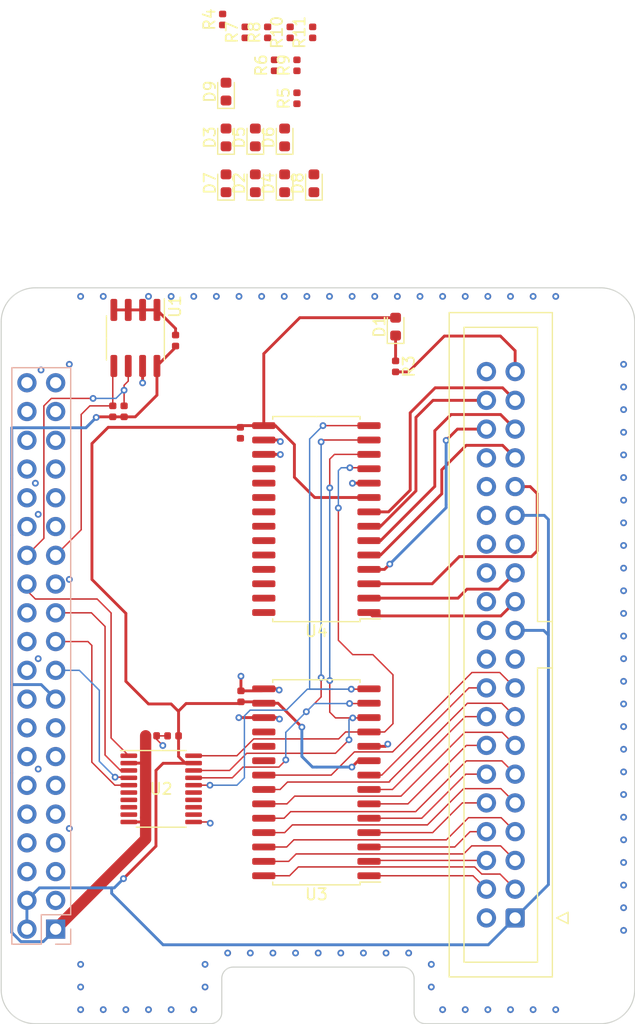
<source format=kicad_pcb>
(kicad_pcb (version 20171130) (host pcbnew 5.1.6)

  (general
    (thickness 1.6)
    (drawings 16)
    (tracks 469)
    (zones 0)
    (modules 35)
    (nets 95)
  )

  (page A4)
  (layers
    (0 F.Cu signal)
    (31 B.Cu signal)
    (32 B.Adhes user)
    (33 F.Adhes user)
    (34 B.Paste user)
    (35 F.Paste user)
    (36 B.SilkS user)
    (37 F.SilkS user)
    (38 B.Mask user)
    (39 F.Mask user)
    (40 Dwgs.User user)
    (41 Cmts.User user)
    (42 Eco1.User user)
    (43 Eco2.User user)
    (44 Edge.Cuts user)
    (45 Margin user)
    (46 B.CrtYd user)
    (47 F.CrtYd user)
    (48 B.Fab user)
    (49 F.Fab user)
  )

  (setup
    (last_trace_width 0.127)
    (user_trace_width 0.127)
    (user_trace_width 0.254)
    (user_trace_width 0.508)
    (user_trace_width 1)
    (trace_clearance 0.127)
    (zone_clearance 0.127)
    (zone_45_only no)
    (trace_min 0.127)
    (via_size 0.6)
    (via_drill 0.3)
    (via_min_size 0.6)
    (via_min_drill 0.3)
    (uvia_size 0.3)
    (uvia_drill 0.1)
    (uvias_allowed no)
    (uvia_min_size 0.2)
    (uvia_min_drill 0.1)
    (edge_width 0.05)
    (segment_width 0.2)
    (pcb_text_width 0.3)
    (pcb_text_size 1.5 1.5)
    (mod_edge_width 0.12)
    (mod_text_size 1 1)
    (mod_text_width 0.15)
    (pad_size 1.524 1.524)
    (pad_drill 0.762)
    (pad_to_mask_clearance 0.05)
    (aux_axis_origin 0 0)
    (visible_elements FFFFFF7F)
    (pcbplotparams
      (layerselection 0x010fc_ffffffff)
      (usegerberextensions false)
      (usegerberattributes true)
      (usegerberadvancedattributes true)
      (creategerberjobfile true)
      (excludeedgelayer true)
      (linewidth 0.100000)
      (plotframeref false)
      (viasonmask false)
      (mode 1)
      (useauxorigin false)
      (hpglpennumber 1)
      (hpglpenspeed 20)
      (hpglpendiameter 15.000000)
      (psnegative false)
      (psa4output false)
      (plotreference true)
      (plotvalue true)
      (plotinvisibletext false)
      (padsonsilk false)
      (subtractmaskfromsilk false)
      (outputformat 1)
      (mirror false)
      (drillshape 1)
      (scaleselection 1)
      (outputdirectory ""))
  )

  (net 0 "")
  (net 1 +5V)
  (net 2 "Net-(D1-Pad1)")
  (net 3 /ID_SD)
  (net 4 +3V3)
  (net 5 /ID_SC)
  (net 6 /ACTIVE)
  (net 7 GND)
  (net 8 "Net-(U2-Pad15)")
  (net 9 "Net-(U2-Pad14)")
  (net 10 "Net-(U2-Pad13)")
  (net 11 "Net-(U2-Pad12)")
  (net 12 "Net-(U2-Pad9)")
  (net 13 "Net-(U2-Pad8)")
  (net 14 "Net-(U2-Pad7)")
  (net 15 "Net-(U2-Pad6)")
  (net 16 /D7)
  (net 17 /D6)
  (net 18 /D5)
  (net 19 /D4)
  (net 20 /D3)
  (net 21 /D2)
  (net 22 /D1)
  (net 23 /D0)
  (net 24 "Net-(U3-Pad20)")
  (net 25 "Net-(U3-Pad19)")
  (net 26 /D15)
  (net 27 /D14)
  (net 28 /D13)
  (net 29 /D12)
  (net 30 /D11)
  (net 31 /D10)
  (net 32 /D9)
  (net 33 /D8)
  (net 34 "Net-(U4-Pad20)")
  (net 35 "Net-(U4-Pad19)")
  (net 36 "Net-(J1-Pad40)")
  (net 37 "Net-(J1-Pad38)")
  (net 38 "Net-(J1-Pad37)")
  (net 39 "Net-(J1-Pad36)")
  (net 40 "Net-(J1-Pad35)")
  (net 41 "Net-(J1-Pad33)")
  (net 42 "Net-(J1-Pad32)")
  (net 43 "Net-(J1-Pad31)")
  (net 44 "Net-(J1-Pad29)")
  (net 45 "Net-(J1-Pad24)")
  (net 46 "Net-(J1-Pad22)")
  (net 47 "Net-(J1-Pad18)")
  (net 48 "Net-(J1-Pad16)")
  (net 49 "Net-(J1-Pad15)")
  (net 50 "Net-(J1-Pad13)")
  (net 51 "Net-(J1-Pad12)")
  (net 52 "Net-(J1-Pad11)")
  (net 53 "Net-(J1-Pad10)")
  (net 54 "Net-(J1-Pad8)")
  (net 55 "Net-(J1-Pad7)")
  (net 56 "Net-(J1-Pad5)")
  (net 57 "Net-(J1-Pad3)")
  (net 58 /CS1)
  (net 59 /DA2)
  (net 60 "Net-(J2-Pad34)")
  (net 61 "Net-(J2-Pad32)")
  (net 62 "Net-(J2-Pad28)")
  (net 63 "Net-(J2-Pad20)")
  (net 64 /CS0)
  (net 65 /DA0)
  (net 66 /DA1)
  (net 67 /IRQ)
  (net 68 /IO_CH_RD)
  (net 69 /IOR)
  (net 70 /IOW)
  (net 71 "Net-(D2-Pad1)")
  (net 72 "Net-(D3-Pad1)")
  (net 73 "Net-(D4-Pad1)")
  (net 74 "Net-(D5-Pad1)")
  (net 75 "Net-(D6-Pad1)")
  (net 76 "Net-(D7-Pad1)")
  (net 77 "Net-(D8-Pad1)")
  (net 78 "Net-(D9-Pad1)")
  (net 79 /3V_MOSI)
  (net 80 /3V_MISO)
  (net 81 /3V_SCK)
  (net 82 /3V_CS)
  (net 83 "Net-(R4-Pad2)")
  (net 84 "Net-(R5-Pad2)")
  (net 85 "Net-(R6-Pad2)")
  (net 86 "Net-(R7-Pad2)")
  (net 87 "Net-(R8-Pad2)")
  (net 88 "Net-(R9-Pad2)")
  (net 89 "Net-(R10-Pad2)")
  (net 90 "Net-(R11-Pad2)")
  (net 91 /CS)
  (net 92 /SCK)
  (net 93 /MOSI)
  (net 94 /MISO)

  (net_class Default "This is the default net class."
    (clearance 0.127)
    (trace_width 0.127)
    (via_dia 0.6)
    (via_drill 0.3)
    (uvia_dia 0.3)
    (uvia_drill 0.1)
    (add_net +3V3)
    (add_net +5V)
    (add_net /3V_CS)
    (add_net /3V_MISO)
    (add_net /3V_MOSI)
    (add_net /3V_SCK)
    (add_net /ACTIVE)
    (add_net /CS)
    (add_net /CS0)
    (add_net /CS1)
    (add_net /D0)
    (add_net /D1)
    (add_net /D10)
    (add_net /D11)
    (add_net /D12)
    (add_net /D13)
    (add_net /D14)
    (add_net /D15)
    (add_net /D2)
    (add_net /D3)
    (add_net /D4)
    (add_net /D5)
    (add_net /D6)
    (add_net /D7)
    (add_net /D8)
    (add_net /D9)
    (add_net /DA0)
    (add_net /DA1)
    (add_net /DA2)
    (add_net /ID_SC)
    (add_net /ID_SD)
    (add_net /IOR)
    (add_net /IOW)
    (add_net /IO_CH_RD)
    (add_net /IRQ)
    (add_net /MISO)
    (add_net /MOSI)
    (add_net /SCK)
    (add_net GND)
    (add_net "Net-(D1-Pad1)")
    (add_net "Net-(D2-Pad1)")
    (add_net "Net-(D3-Pad1)")
    (add_net "Net-(D4-Pad1)")
    (add_net "Net-(D5-Pad1)")
    (add_net "Net-(D6-Pad1)")
    (add_net "Net-(D7-Pad1)")
    (add_net "Net-(D8-Pad1)")
    (add_net "Net-(D9-Pad1)")
    (add_net "Net-(J1-Pad10)")
    (add_net "Net-(J1-Pad11)")
    (add_net "Net-(J1-Pad12)")
    (add_net "Net-(J1-Pad13)")
    (add_net "Net-(J1-Pad15)")
    (add_net "Net-(J1-Pad16)")
    (add_net "Net-(J1-Pad18)")
    (add_net "Net-(J1-Pad22)")
    (add_net "Net-(J1-Pad24)")
    (add_net "Net-(J1-Pad29)")
    (add_net "Net-(J1-Pad3)")
    (add_net "Net-(J1-Pad31)")
    (add_net "Net-(J1-Pad32)")
    (add_net "Net-(J1-Pad33)")
    (add_net "Net-(J1-Pad35)")
    (add_net "Net-(J1-Pad36)")
    (add_net "Net-(J1-Pad37)")
    (add_net "Net-(J1-Pad38)")
    (add_net "Net-(J1-Pad40)")
    (add_net "Net-(J1-Pad5)")
    (add_net "Net-(J1-Pad7)")
    (add_net "Net-(J1-Pad8)")
    (add_net "Net-(J2-Pad20)")
    (add_net "Net-(J2-Pad28)")
    (add_net "Net-(J2-Pad32)")
    (add_net "Net-(J2-Pad34)")
    (add_net "Net-(R10-Pad2)")
    (add_net "Net-(R11-Pad2)")
    (add_net "Net-(R4-Pad2)")
    (add_net "Net-(R5-Pad2)")
    (add_net "Net-(R6-Pad2)")
    (add_net "Net-(R7-Pad2)")
    (add_net "Net-(R8-Pad2)")
    (add_net "Net-(R9-Pad2)")
    (add_net "Net-(U2-Pad12)")
    (add_net "Net-(U2-Pad13)")
    (add_net "Net-(U2-Pad14)")
    (add_net "Net-(U2-Pad15)")
    (add_net "Net-(U2-Pad6)")
    (add_net "Net-(U2-Pad7)")
    (add_net "Net-(U2-Pad8)")
    (add_net "Net-(U2-Pad9)")
    (add_net "Net-(U3-Pad19)")
    (add_net "Net-(U3-Pad20)")
    (add_net "Net-(U4-Pad19)")
    (add_net "Net-(U4-Pad20)")
  )

  (module Package_SO:TSSOP-20_4.4x6.5mm_P0.65mm (layer F.Cu) (tedit 5E476F32) (tstamp 5F0A94C3)
    (at 34.122312 84.498613)
    (descr "TSSOP, 20 Pin (JEDEC MO-153 Var AC https://www.jedec.org/document_search?search_api_views_fulltext=MO-153), generated with kicad-footprint-generator ipc_gullwing_generator.py")
    (tags "TSSOP SO")
    (path /5F15271B)
    (attr smd)
    (fp_text reference U2 (at 0 0) (layer F.SilkS)
      (effects (font (size 1 1) (thickness 0.15)))
    )
    (fp_text value TXS0108EPW (at 0 4.2) (layer F.Fab)
      (effects (font (size 1 1) (thickness 0.15)))
    )
    (fp_text user %R (at 0 0) (layer F.Fab)
      (effects (font (size 1 1) (thickness 0.15)))
    )
    (fp_line (start 0 3.385) (end 2.2 3.385) (layer F.SilkS) (width 0.12))
    (fp_line (start 0 3.385) (end -2.2 3.385) (layer F.SilkS) (width 0.12))
    (fp_line (start 0 -3.385) (end 2.2 -3.385) (layer F.SilkS) (width 0.12))
    (fp_line (start 0 -3.385) (end -3.6 -3.385) (layer F.SilkS) (width 0.12))
    (fp_line (start -1.2 -3.25) (end 2.2 -3.25) (layer F.Fab) (width 0.1))
    (fp_line (start 2.2 -3.25) (end 2.2 3.25) (layer F.Fab) (width 0.1))
    (fp_line (start 2.2 3.25) (end -2.2 3.25) (layer F.Fab) (width 0.1))
    (fp_line (start -2.2 3.25) (end -2.2 -2.25) (layer F.Fab) (width 0.1))
    (fp_line (start -2.2 -2.25) (end -1.2 -3.25) (layer F.Fab) (width 0.1))
    (fp_line (start -3.85 -3.5) (end -3.85 3.5) (layer F.CrtYd) (width 0.05))
    (fp_line (start -3.85 3.5) (end 3.85 3.5) (layer F.CrtYd) (width 0.05))
    (fp_line (start 3.85 3.5) (end 3.85 -3.5) (layer F.CrtYd) (width 0.05))
    (fp_line (start 3.85 -3.5) (end -3.85 -3.5) (layer F.CrtYd) (width 0.05))
    (pad 20 smd roundrect (at 2.8625 -2.925) (size 1.475 0.4) (layers F.Cu F.Paste F.Mask) (roundrect_rratio 0.25)
      (net 91 /CS))
    (pad 19 smd roundrect (at 2.8625 -2.275) (size 1.475 0.4) (layers F.Cu F.Paste F.Mask) (roundrect_rratio 0.25)
      (net 1 +5V))
    (pad 18 smd roundrect (at 2.8625 -1.625) (size 1.475 0.4) (layers F.Cu F.Paste F.Mask) (roundrect_rratio 0.25)
      (net 92 /SCK))
    (pad 17 smd roundrect (at 2.8625 -0.975) (size 1.475 0.4) (layers F.Cu F.Paste F.Mask) (roundrect_rratio 0.25)
      (net 93 /MOSI))
    (pad 16 smd roundrect (at 2.8625 -0.325) (size 1.475 0.4) (layers F.Cu F.Paste F.Mask) (roundrect_rratio 0.25)
      (net 94 /MISO))
    (pad 15 smd roundrect (at 2.8625 0.325) (size 1.475 0.4) (layers F.Cu F.Paste F.Mask) (roundrect_rratio 0.25)
      (net 8 "Net-(U2-Pad15)"))
    (pad 14 smd roundrect (at 2.8625 0.975) (size 1.475 0.4) (layers F.Cu F.Paste F.Mask) (roundrect_rratio 0.25)
      (net 9 "Net-(U2-Pad14)"))
    (pad 13 smd roundrect (at 2.8625 1.625) (size 1.475 0.4) (layers F.Cu F.Paste F.Mask) (roundrect_rratio 0.25)
      (net 10 "Net-(U2-Pad13)"))
    (pad 12 smd roundrect (at 2.8625 2.275) (size 1.475 0.4) (layers F.Cu F.Paste F.Mask) (roundrect_rratio 0.25)
      (net 11 "Net-(U2-Pad12)"))
    (pad 11 smd roundrect (at 2.8625 2.925) (size 1.475 0.4) (layers F.Cu F.Paste F.Mask) (roundrect_rratio 0.25)
      (net 7 GND))
    (pad 10 smd roundrect (at -2.8625 2.925) (size 1.475 0.4) (layers F.Cu F.Paste F.Mask) (roundrect_rratio 0.25)
      (net 4 +3V3))
    (pad 9 smd roundrect (at -2.8625 2.275) (size 1.475 0.4) (layers F.Cu F.Paste F.Mask) (roundrect_rratio 0.25)
      (net 12 "Net-(U2-Pad9)"))
    (pad 8 smd roundrect (at -2.8625 1.625) (size 1.475 0.4) (layers F.Cu F.Paste F.Mask) (roundrect_rratio 0.25)
      (net 13 "Net-(U2-Pad8)"))
    (pad 7 smd roundrect (at -2.8625 0.975) (size 1.475 0.4) (layers F.Cu F.Paste F.Mask) (roundrect_rratio 0.25)
      (net 14 "Net-(U2-Pad7)"))
    (pad 6 smd roundrect (at -2.8625 0.325) (size 1.475 0.4) (layers F.Cu F.Paste F.Mask) (roundrect_rratio 0.25)
      (net 15 "Net-(U2-Pad6)"))
    (pad 5 smd roundrect (at -2.8625 -0.325) (size 1.475 0.4) (layers F.Cu F.Paste F.Mask) (roundrect_rratio 0.25)
      (net 80 /3V_MISO))
    (pad 4 smd roundrect (at -2.8625 -0.975) (size 1.475 0.4) (layers F.Cu F.Paste F.Mask) (roundrect_rratio 0.25)
      (net 79 /3V_MOSI))
    (pad 3 smd roundrect (at -2.8625 -1.625) (size 1.475 0.4) (layers F.Cu F.Paste F.Mask) (roundrect_rratio 0.25)
      (net 81 /3V_SCK))
    (pad 2 smd roundrect (at -2.8625 -2.275) (size 1.475 0.4) (layers F.Cu F.Paste F.Mask) (roundrect_rratio 0.25)
      (net 4 +3V3))
    (pad 1 smd roundrect (at -2.8625 -2.925) (size 1.475 0.4) (layers F.Cu F.Paste F.Mask) (roundrect_rratio 0.25)
      (net 82 /3V_CS))
    (model ${KISYS3DMOD}/Package_SO.3dshapes/TSSOP-20_4.4x6.5mm_P0.65mm.wrl
      (at (xyz 0 0 0))
      (scale (xyz 1 1 1))
      (rotate (xyz 0 0 0))
    )
  )

  (module Resistor_SMD:R_0402_1005Metric (layer F.Cu) (tedit 5B301BBD) (tstamp 5F0A8E4F)
    (at 47.512312 17.678613 90)
    (descr "Resistor SMD 0402 (1005 Metric), square (rectangular) end terminal, IPC_7351 nominal, (Body size source: http://www.tortai-tech.com/upload/download/2011102023233369053.pdf), generated with kicad-footprint-generator")
    (tags resistor)
    (path /5F553918)
    (attr smd)
    (fp_text reference R11 (at 0 -1.17 90) (layer F.SilkS)
      (effects (font (size 1 1) (thickness 0.15)))
    )
    (fp_text value 4.7k (at 0 1.17 90) (layer F.Fab)
      (effects (font (size 1 1) (thickness 0.15)))
    )
    (fp_text user %R (at 0 0 90) (layer F.Fab)
      (effects (font (size 0.25 0.25) (thickness 0.04)))
    )
    (fp_line (start -0.5 0.25) (end -0.5 -0.25) (layer F.Fab) (width 0.1))
    (fp_line (start -0.5 -0.25) (end 0.5 -0.25) (layer F.Fab) (width 0.1))
    (fp_line (start 0.5 -0.25) (end 0.5 0.25) (layer F.Fab) (width 0.1))
    (fp_line (start 0.5 0.25) (end -0.5 0.25) (layer F.Fab) (width 0.1))
    (fp_line (start -0.93 0.47) (end -0.93 -0.47) (layer F.CrtYd) (width 0.05))
    (fp_line (start -0.93 -0.47) (end 0.93 -0.47) (layer F.CrtYd) (width 0.05))
    (fp_line (start 0.93 -0.47) (end 0.93 0.47) (layer F.CrtYd) (width 0.05))
    (fp_line (start 0.93 0.47) (end -0.93 0.47) (layer F.CrtYd) (width 0.05))
    (pad 2 smd roundrect (at 0.485 0 90) (size 0.59 0.64) (layers F.Cu F.Paste F.Mask) (roundrect_rratio 0.25)
      (net 90 "Net-(R11-Pad2)"))
    (pad 1 smd roundrect (at -0.485 0 90) (size 0.59 0.64) (layers F.Cu F.Paste F.Mask) (roundrect_rratio 0.25)
      (net 78 "Net-(D9-Pad1)"))
    (model ${KISYS3DMOD}/Resistor_SMD.3dshapes/R_0402_1005Metric.wrl
      (at (xyz 0 0 0))
      (scale (xyz 1 1 1))
      (rotate (xyz 0 0 0))
    )
  )

  (module Resistor_SMD:R_0402_1005Metric (layer F.Cu) (tedit 5B301BBD) (tstamp 5F0A8E40)
    (at 45.522312 17.678613 90)
    (descr "Resistor SMD 0402 (1005 Metric), square (rectangular) end terminal, IPC_7351 nominal, (Body size source: http://www.tortai-tech.com/upload/download/2011102023233369053.pdf), generated with kicad-footprint-generator")
    (tags resistor)
    (path /5F545EAF)
    (attr smd)
    (fp_text reference R10 (at 0 -1.17 90) (layer F.SilkS)
      (effects (font (size 1 1) (thickness 0.15)))
    )
    (fp_text value 4.7k (at 0 1.17 90) (layer F.Fab)
      (effects (font (size 1 1) (thickness 0.15)))
    )
    (fp_text user %R (at 0 0 90) (layer F.Fab)
      (effects (font (size 0.25 0.25) (thickness 0.04)))
    )
    (fp_line (start -0.5 0.25) (end -0.5 -0.25) (layer F.Fab) (width 0.1))
    (fp_line (start -0.5 -0.25) (end 0.5 -0.25) (layer F.Fab) (width 0.1))
    (fp_line (start 0.5 -0.25) (end 0.5 0.25) (layer F.Fab) (width 0.1))
    (fp_line (start 0.5 0.25) (end -0.5 0.25) (layer F.Fab) (width 0.1))
    (fp_line (start -0.93 0.47) (end -0.93 -0.47) (layer F.CrtYd) (width 0.05))
    (fp_line (start -0.93 -0.47) (end 0.93 -0.47) (layer F.CrtYd) (width 0.05))
    (fp_line (start 0.93 -0.47) (end 0.93 0.47) (layer F.CrtYd) (width 0.05))
    (fp_line (start 0.93 0.47) (end -0.93 0.47) (layer F.CrtYd) (width 0.05))
    (pad 2 smd roundrect (at 0.485 0 90) (size 0.59 0.64) (layers F.Cu F.Paste F.Mask) (roundrect_rratio 0.25)
      (net 89 "Net-(R10-Pad2)"))
    (pad 1 smd roundrect (at -0.485 0 90) (size 0.59 0.64) (layers F.Cu F.Paste F.Mask) (roundrect_rratio 0.25)
      (net 77 "Net-(D8-Pad1)"))
    (model ${KISYS3DMOD}/Resistor_SMD.3dshapes/R_0402_1005Metric.wrl
      (at (xyz 0 0 0))
      (scale (xyz 1 1 1))
      (rotate (xyz 0 0 0))
    )
  )

  (module Resistor_SMD:R_0402_1005Metric (layer F.Cu) (tedit 5B301BBD) (tstamp 5F0A8E31)
    (at 46.122312 20.588614 90)
    (descr "Resistor SMD 0402 (1005 Metric), square (rectangular) end terminal, IPC_7351 nominal, (Body size source: http://www.tortai-tech.com/upload/download/2011102023233369053.pdf), generated with kicad-footprint-generator")
    (tags resistor)
    (path /5F53832F)
    (attr smd)
    (fp_text reference R9 (at 0 -1.17 90) (layer F.SilkS)
      (effects (font (size 1 1) (thickness 0.15)))
    )
    (fp_text value 10k (at 0 1.17 90) (layer F.Fab)
      (effects (font (size 1 1) (thickness 0.15)))
    )
    (fp_text user %R (at 0 0 90) (layer F.Fab)
      (effects (font (size 0.25 0.25) (thickness 0.04)))
    )
    (fp_line (start -0.5 0.25) (end -0.5 -0.25) (layer F.Fab) (width 0.1))
    (fp_line (start -0.5 -0.25) (end 0.5 -0.25) (layer F.Fab) (width 0.1))
    (fp_line (start 0.5 -0.25) (end 0.5 0.25) (layer F.Fab) (width 0.1))
    (fp_line (start 0.5 0.25) (end -0.5 0.25) (layer F.Fab) (width 0.1))
    (fp_line (start -0.93 0.47) (end -0.93 -0.47) (layer F.CrtYd) (width 0.05))
    (fp_line (start -0.93 -0.47) (end 0.93 -0.47) (layer F.CrtYd) (width 0.05))
    (fp_line (start 0.93 -0.47) (end 0.93 0.47) (layer F.CrtYd) (width 0.05))
    (fp_line (start 0.93 0.47) (end -0.93 0.47) (layer F.CrtYd) (width 0.05))
    (pad 2 smd roundrect (at 0.485 0 90) (size 0.59 0.64) (layers F.Cu F.Paste F.Mask) (roundrect_rratio 0.25)
      (net 88 "Net-(R9-Pad2)"))
    (pad 1 smd roundrect (at -0.485 0 90) (size 0.59 0.64) (layers F.Cu F.Paste F.Mask) (roundrect_rratio 0.25)
      (net 76 "Net-(D7-Pad1)"))
    (model ${KISYS3DMOD}/Resistor_SMD.3dshapes/R_0402_1005Metric.wrl
      (at (xyz 0 0 0))
      (scale (xyz 1 1 1))
      (rotate (xyz 0 0 0))
    )
  )

  (module Resistor_SMD:R_0402_1005Metric (layer F.Cu) (tedit 5B301BBD) (tstamp 5F0A8E22)
    (at 43.532312 17.678613 90)
    (descr "Resistor SMD 0402 (1005 Metric), square (rectangular) end terminal, IPC_7351 nominal, (Body size source: http://www.tortai-tech.com/upload/download/2011102023233369053.pdf), generated with kicad-footprint-generator")
    (tags resistor)
    (path /5F52B9D0)
    (attr smd)
    (fp_text reference R8 (at 0 -1.17 90) (layer F.SilkS)
      (effects (font (size 1 1) (thickness 0.15)))
    )
    (fp_text value 10k (at 0 1.17 90) (layer F.Fab)
      (effects (font (size 1 1) (thickness 0.15)))
    )
    (fp_text user %R (at 0 0 90) (layer F.Fab)
      (effects (font (size 0.25 0.25) (thickness 0.04)))
    )
    (fp_line (start -0.5 0.25) (end -0.5 -0.25) (layer F.Fab) (width 0.1))
    (fp_line (start -0.5 -0.25) (end 0.5 -0.25) (layer F.Fab) (width 0.1))
    (fp_line (start 0.5 -0.25) (end 0.5 0.25) (layer F.Fab) (width 0.1))
    (fp_line (start 0.5 0.25) (end -0.5 0.25) (layer F.Fab) (width 0.1))
    (fp_line (start -0.93 0.47) (end -0.93 -0.47) (layer F.CrtYd) (width 0.05))
    (fp_line (start -0.93 -0.47) (end 0.93 -0.47) (layer F.CrtYd) (width 0.05))
    (fp_line (start 0.93 -0.47) (end 0.93 0.47) (layer F.CrtYd) (width 0.05))
    (fp_line (start 0.93 0.47) (end -0.93 0.47) (layer F.CrtYd) (width 0.05))
    (pad 2 smd roundrect (at 0.485 0 90) (size 0.59 0.64) (layers F.Cu F.Paste F.Mask) (roundrect_rratio 0.25)
      (net 87 "Net-(R8-Pad2)"))
    (pad 1 smd roundrect (at -0.485 0 90) (size 0.59 0.64) (layers F.Cu F.Paste F.Mask) (roundrect_rratio 0.25)
      (net 75 "Net-(D6-Pad1)"))
    (model ${KISYS3DMOD}/Resistor_SMD.3dshapes/R_0402_1005Metric.wrl
      (at (xyz 0 0 0))
      (scale (xyz 1 1 1))
      (rotate (xyz 0 0 0))
    )
  )

  (module Resistor_SMD:R_0402_1005Metric (layer F.Cu) (tedit 5B301BBD) (tstamp 5F0A8E13)
    (at 41.542312 17.678613 90)
    (descr "Resistor SMD 0402 (1005 Metric), square (rectangular) end terminal, IPC_7351 nominal, (Body size source: http://www.tortai-tech.com/upload/download/2011102023233369053.pdf), generated with kicad-footprint-generator")
    (tags resistor)
    (path /5F51E96A)
    (attr smd)
    (fp_text reference R7 (at 0 -1.17 90) (layer F.SilkS)
      (effects (font (size 1 1) (thickness 0.15)))
    )
    (fp_text value 4.7k (at 0 1.17 90) (layer F.Fab)
      (effects (font (size 1 1) (thickness 0.15)))
    )
    (fp_text user %R (at 0 0 90) (layer F.Fab)
      (effects (font (size 0.25 0.25) (thickness 0.04)))
    )
    (fp_line (start -0.5 0.25) (end -0.5 -0.25) (layer F.Fab) (width 0.1))
    (fp_line (start -0.5 -0.25) (end 0.5 -0.25) (layer F.Fab) (width 0.1))
    (fp_line (start 0.5 -0.25) (end 0.5 0.25) (layer F.Fab) (width 0.1))
    (fp_line (start 0.5 0.25) (end -0.5 0.25) (layer F.Fab) (width 0.1))
    (fp_line (start -0.93 0.47) (end -0.93 -0.47) (layer F.CrtYd) (width 0.05))
    (fp_line (start -0.93 -0.47) (end 0.93 -0.47) (layer F.CrtYd) (width 0.05))
    (fp_line (start 0.93 -0.47) (end 0.93 0.47) (layer F.CrtYd) (width 0.05))
    (fp_line (start 0.93 0.47) (end -0.93 0.47) (layer F.CrtYd) (width 0.05))
    (pad 2 smd roundrect (at 0.485 0 90) (size 0.59 0.64) (layers F.Cu F.Paste F.Mask) (roundrect_rratio 0.25)
      (net 86 "Net-(R7-Pad2)"))
    (pad 1 smd roundrect (at -0.485 0 90) (size 0.59 0.64) (layers F.Cu F.Paste F.Mask) (roundrect_rratio 0.25)
      (net 74 "Net-(D5-Pad1)"))
    (model ${KISYS3DMOD}/Resistor_SMD.3dshapes/R_0402_1005Metric.wrl
      (at (xyz 0 0 0))
      (scale (xyz 1 1 1))
      (rotate (xyz 0 0 0))
    )
  )

  (module Resistor_SMD:R_0402_1005Metric (layer F.Cu) (tedit 5B301BBD) (tstamp 5F0A8E04)
    (at 44.132312 20.588613 90)
    (descr "Resistor SMD 0402 (1005 Metric), square (rectangular) end terminal, IPC_7351 nominal, (Body size source: http://www.tortai-tech.com/upload/download/2011102023233369053.pdf), generated with kicad-footprint-generator")
    (tags resistor)
    (path /5F512B8C)
    (attr smd)
    (fp_text reference R6 (at 0 -1.17 90) (layer F.SilkS)
      (effects (font (size 1 1) (thickness 0.15)))
    )
    (fp_text value 4.7k (at 0 1.17 90) (layer F.Fab)
      (effects (font (size 1 1) (thickness 0.15)))
    )
    (fp_text user %R (at 0 0 90) (layer F.Fab)
      (effects (font (size 0.25 0.25) (thickness 0.04)))
    )
    (fp_line (start -0.5 0.25) (end -0.5 -0.25) (layer F.Fab) (width 0.1))
    (fp_line (start -0.5 -0.25) (end 0.5 -0.25) (layer F.Fab) (width 0.1))
    (fp_line (start 0.5 -0.25) (end 0.5 0.25) (layer F.Fab) (width 0.1))
    (fp_line (start 0.5 0.25) (end -0.5 0.25) (layer F.Fab) (width 0.1))
    (fp_line (start -0.93 0.47) (end -0.93 -0.47) (layer F.CrtYd) (width 0.05))
    (fp_line (start -0.93 -0.47) (end 0.93 -0.47) (layer F.CrtYd) (width 0.05))
    (fp_line (start 0.93 -0.47) (end 0.93 0.47) (layer F.CrtYd) (width 0.05))
    (fp_line (start 0.93 0.47) (end -0.93 0.47) (layer F.CrtYd) (width 0.05))
    (pad 2 smd roundrect (at 0.485 0 90) (size 0.59 0.64) (layers F.Cu F.Paste F.Mask) (roundrect_rratio 0.25)
      (net 85 "Net-(R6-Pad2)"))
    (pad 1 smd roundrect (at -0.485 0 90) (size 0.59 0.64) (layers F.Cu F.Paste F.Mask) (roundrect_rratio 0.25)
      (net 73 "Net-(D4-Pad1)"))
    (model ${KISYS3DMOD}/Resistor_SMD.3dshapes/R_0402_1005Metric.wrl
      (at (xyz 0 0 0))
      (scale (xyz 1 1 1))
      (rotate (xyz 0 0 0))
    )
  )

  (module Resistor_SMD:R_0402_1005Metric (layer F.Cu) (tedit 5B301BBD) (tstamp 5F0A8DF5)
    (at 46.122312 23.498613 90)
    (descr "Resistor SMD 0402 (1005 Metric), square (rectangular) end terminal, IPC_7351 nominal, (Body size source: http://www.tortai-tech.com/upload/download/2011102023233369053.pdf), generated with kicad-footprint-generator")
    (tags resistor)
    (path /5F4FB764)
    (attr smd)
    (fp_text reference R5 (at 0 -1.17 90) (layer F.SilkS)
      (effects (font (size 1 1) (thickness 0.15)))
    )
    (fp_text value 4.7k (at 0 1.17 90) (layer F.Fab)
      (effects (font (size 1 1) (thickness 0.15)))
    )
    (fp_text user %R (at 0 0 90) (layer F.Fab)
      (effects (font (size 0.25 0.25) (thickness 0.04)))
    )
    (fp_line (start -0.5 0.25) (end -0.5 -0.25) (layer F.Fab) (width 0.1))
    (fp_line (start -0.5 -0.25) (end 0.5 -0.25) (layer F.Fab) (width 0.1))
    (fp_line (start 0.5 -0.25) (end 0.5 0.25) (layer F.Fab) (width 0.1))
    (fp_line (start 0.5 0.25) (end -0.5 0.25) (layer F.Fab) (width 0.1))
    (fp_line (start -0.93 0.47) (end -0.93 -0.47) (layer F.CrtYd) (width 0.05))
    (fp_line (start -0.93 -0.47) (end 0.93 -0.47) (layer F.CrtYd) (width 0.05))
    (fp_line (start 0.93 -0.47) (end 0.93 0.47) (layer F.CrtYd) (width 0.05))
    (fp_line (start 0.93 0.47) (end -0.93 0.47) (layer F.CrtYd) (width 0.05))
    (pad 2 smd roundrect (at 0.485 0 90) (size 0.59 0.64) (layers F.Cu F.Paste F.Mask) (roundrect_rratio 0.25)
      (net 84 "Net-(R5-Pad2)"))
    (pad 1 smd roundrect (at -0.485 0 90) (size 0.59 0.64) (layers F.Cu F.Paste F.Mask) (roundrect_rratio 0.25)
      (net 72 "Net-(D3-Pad1)"))
    (model ${KISYS3DMOD}/Resistor_SMD.3dshapes/R_0402_1005Metric.wrl
      (at (xyz 0 0 0))
      (scale (xyz 1 1 1))
      (rotate (xyz 0 0 0))
    )
  )

  (module Resistor_SMD:R_0402_1005Metric (layer F.Cu) (tedit 5B301BBD) (tstamp 5F0A8DE6)
    (at 39.552312 16.538614 90)
    (descr "Resistor SMD 0402 (1005 Metric), square (rectangular) end terminal, IPC_7351 nominal, (Body size source: http://www.tortai-tech.com/upload/download/2011102023233369053.pdf), generated with kicad-footprint-generator")
    (tags resistor)
    (path /5F42BCA6)
    (attr smd)
    (fp_text reference R4 (at 0 -1.17 90) (layer F.SilkS)
      (effects (font (size 1 1) (thickness 0.15)))
    )
    (fp_text value 4.7k (at 0 1.17 90) (layer F.Fab)
      (effects (font (size 1 1) (thickness 0.15)))
    )
    (fp_text user %R (at 0 0 90) (layer F.Fab)
      (effects (font (size 0.25 0.25) (thickness 0.04)))
    )
    (fp_line (start -0.5 0.25) (end -0.5 -0.25) (layer F.Fab) (width 0.1))
    (fp_line (start -0.5 -0.25) (end 0.5 -0.25) (layer F.Fab) (width 0.1))
    (fp_line (start 0.5 -0.25) (end 0.5 0.25) (layer F.Fab) (width 0.1))
    (fp_line (start 0.5 0.25) (end -0.5 0.25) (layer F.Fab) (width 0.1))
    (fp_line (start -0.93 0.47) (end -0.93 -0.47) (layer F.CrtYd) (width 0.05))
    (fp_line (start -0.93 -0.47) (end 0.93 -0.47) (layer F.CrtYd) (width 0.05))
    (fp_line (start 0.93 -0.47) (end 0.93 0.47) (layer F.CrtYd) (width 0.05))
    (fp_line (start 0.93 0.47) (end -0.93 0.47) (layer F.CrtYd) (width 0.05))
    (pad 2 smd roundrect (at 0.485 0 90) (size 0.59 0.64) (layers F.Cu F.Paste F.Mask) (roundrect_rratio 0.25)
      (net 83 "Net-(R4-Pad2)"))
    (pad 1 smd roundrect (at -0.485 0 90) (size 0.59 0.64) (layers F.Cu F.Paste F.Mask) (roundrect_rratio 0.25)
      (net 71 "Net-(D2-Pad1)"))
    (model ${KISYS3DMOD}/Resistor_SMD.3dshapes/R_0402_1005Metric.wrl
      (at (xyz 0 0 0))
      (scale (xyz 1 1 1))
      (rotate (xyz 0 0 0))
    )
  )

  (module LED_SMD:LED_0603_1608Metric (layer F.Cu) (tedit 5B301BBE) (tstamp 5F0A8C71)
    (at 39.852312 22.908613 90)
    (descr "LED SMD 0603 (1608 Metric), square (rectangular) end terminal, IPC_7351 nominal, (Body size source: http://www.tortai-tech.com/upload/download/2011102023233369053.pdf), generated with kicad-footprint-generator")
    (tags diode)
    (path /5F553921)
    (attr smd)
    (fp_text reference D9 (at 0 -1.43 90) (layer F.SilkS)
      (effects (font (size 1 1) (thickness 0.15)))
    )
    (fp_text value Blue (at 0 1.43 90) (layer F.Fab)
      (effects (font (size 1 1) (thickness 0.15)))
    )
    (fp_text user %R (at 0 0 90) (layer F.Fab)
      (effects (font (size 0.4 0.4) (thickness 0.06)))
    )
    (fp_line (start 0.8 -0.4) (end -0.5 -0.4) (layer F.Fab) (width 0.1))
    (fp_line (start -0.5 -0.4) (end -0.8 -0.1) (layer F.Fab) (width 0.1))
    (fp_line (start -0.8 -0.1) (end -0.8 0.4) (layer F.Fab) (width 0.1))
    (fp_line (start -0.8 0.4) (end 0.8 0.4) (layer F.Fab) (width 0.1))
    (fp_line (start 0.8 0.4) (end 0.8 -0.4) (layer F.Fab) (width 0.1))
    (fp_line (start 0.8 -0.735) (end -1.485 -0.735) (layer F.SilkS) (width 0.12))
    (fp_line (start -1.485 -0.735) (end -1.485 0.735) (layer F.SilkS) (width 0.12))
    (fp_line (start -1.485 0.735) (end 0.8 0.735) (layer F.SilkS) (width 0.12))
    (fp_line (start -1.48 0.73) (end -1.48 -0.73) (layer F.CrtYd) (width 0.05))
    (fp_line (start -1.48 -0.73) (end 1.48 -0.73) (layer F.CrtYd) (width 0.05))
    (fp_line (start 1.48 -0.73) (end 1.48 0.73) (layer F.CrtYd) (width 0.05))
    (fp_line (start 1.48 0.73) (end -1.48 0.73) (layer F.CrtYd) (width 0.05))
    (pad 2 smd roundrect (at 0.7875 0 90) (size 0.875 0.95) (layers F.Cu F.Paste F.Mask) (roundrect_rratio 0.25)
      (net 1 +5V))
    (pad 1 smd roundrect (at -0.7875 0 90) (size 0.875 0.95) (layers F.Cu F.Paste F.Mask) (roundrect_rratio 0.25)
      (net 78 "Net-(D9-Pad1)"))
    (model ${KISYS3DMOD}/LED_SMD.3dshapes/LED_0603_1608Metric.wrl
      (at (xyz 0 0 0))
      (scale (xyz 1 1 1))
      (rotate (xyz 0 0 0))
    )
  )

  (module LED_SMD:LED_0603_1608Metric (layer F.Cu) (tedit 5B301BBE) (tstamp 5F0A8C5E)
    (at 47.622312 31.008614 90)
    (descr "LED SMD 0603 (1608 Metric), square (rectangular) end terminal, IPC_7351 nominal, (Body size source: http://www.tortai-tech.com/upload/download/2011102023233369053.pdf), generated with kicad-footprint-generator")
    (tags diode)
    (path /5F545EB8)
    (attr smd)
    (fp_text reference D8 (at 0 -1.43 90) (layer F.SilkS)
      (effects (font (size 1 1) (thickness 0.15)))
    )
    (fp_text value Blue (at 0 1.43 90) (layer F.Fab)
      (effects (font (size 1 1) (thickness 0.15)))
    )
    (fp_text user %R (at 0 0 90) (layer F.Fab)
      (effects (font (size 0.4 0.4) (thickness 0.06)))
    )
    (fp_line (start 0.8 -0.4) (end -0.5 -0.4) (layer F.Fab) (width 0.1))
    (fp_line (start -0.5 -0.4) (end -0.8 -0.1) (layer F.Fab) (width 0.1))
    (fp_line (start -0.8 -0.1) (end -0.8 0.4) (layer F.Fab) (width 0.1))
    (fp_line (start -0.8 0.4) (end 0.8 0.4) (layer F.Fab) (width 0.1))
    (fp_line (start 0.8 0.4) (end 0.8 -0.4) (layer F.Fab) (width 0.1))
    (fp_line (start 0.8 -0.735) (end -1.485 -0.735) (layer F.SilkS) (width 0.12))
    (fp_line (start -1.485 -0.735) (end -1.485 0.735) (layer F.SilkS) (width 0.12))
    (fp_line (start -1.485 0.735) (end 0.8 0.735) (layer F.SilkS) (width 0.12))
    (fp_line (start -1.48 0.73) (end -1.48 -0.73) (layer F.CrtYd) (width 0.05))
    (fp_line (start -1.48 -0.73) (end 1.48 -0.73) (layer F.CrtYd) (width 0.05))
    (fp_line (start 1.48 -0.73) (end 1.48 0.73) (layer F.CrtYd) (width 0.05))
    (fp_line (start 1.48 0.73) (end -1.48 0.73) (layer F.CrtYd) (width 0.05))
    (pad 2 smd roundrect (at 0.7875 0 90) (size 0.875 0.95) (layers F.Cu F.Paste F.Mask) (roundrect_rratio 0.25)
      (net 1 +5V))
    (pad 1 smd roundrect (at -0.7875 0 90) (size 0.875 0.95) (layers F.Cu F.Paste F.Mask) (roundrect_rratio 0.25)
      (net 77 "Net-(D8-Pad1)"))
    (model ${KISYS3DMOD}/LED_SMD.3dshapes/LED_0603_1608Metric.wrl
      (at (xyz 0 0 0))
      (scale (xyz 1 1 1))
      (rotate (xyz 0 0 0))
    )
  )

  (module LED_SMD:LED_0603_1608Metric (layer F.Cu) (tedit 5B301BBE) (tstamp 5F0A8C4B)
    (at 39.852312 31.008614 90)
    (descr "LED SMD 0603 (1608 Metric), square (rectangular) end terminal, IPC_7351 nominal, (Body size source: http://www.tortai-tech.com/upload/download/2011102023233369053.pdf), generated with kicad-footprint-generator")
    (tags diode)
    (path /5F538338)
    (attr smd)
    (fp_text reference D7 (at 0 -1.43 90) (layer F.SilkS)
      (effects (font (size 1 1) (thickness 0.15)))
    )
    (fp_text value Green (at 0 1.43 90) (layer F.Fab)
      (effects (font (size 1 1) (thickness 0.15)))
    )
    (fp_text user %R (at 0 0 90) (layer F.Fab)
      (effects (font (size 0.4 0.4) (thickness 0.06)))
    )
    (fp_line (start 0.8 -0.4) (end -0.5 -0.4) (layer F.Fab) (width 0.1))
    (fp_line (start -0.5 -0.4) (end -0.8 -0.1) (layer F.Fab) (width 0.1))
    (fp_line (start -0.8 -0.1) (end -0.8 0.4) (layer F.Fab) (width 0.1))
    (fp_line (start -0.8 0.4) (end 0.8 0.4) (layer F.Fab) (width 0.1))
    (fp_line (start 0.8 0.4) (end 0.8 -0.4) (layer F.Fab) (width 0.1))
    (fp_line (start 0.8 -0.735) (end -1.485 -0.735) (layer F.SilkS) (width 0.12))
    (fp_line (start -1.485 -0.735) (end -1.485 0.735) (layer F.SilkS) (width 0.12))
    (fp_line (start -1.485 0.735) (end 0.8 0.735) (layer F.SilkS) (width 0.12))
    (fp_line (start -1.48 0.73) (end -1.48 -0.73) (layer F.CrtYd) (width 0.05))
    (fp_line (start -1.48 -0.73) (end 1.48 -0.73) (layer F.CrtYd) (width 0.05))
    (fp_line (start 1.48 -0.73) (end 1.48 0.73) (layer F.CrtYd) (width 0.05))
    (fp_line (start 1.48 0.73) (end -1.48 0.73) (layer F.CrtYd) (width 0.05))
    (pad 2 smd roundrect (at 0.7875 0 90) (size 0.875 0.95) (layers F.Cu F.Paste F.Mask) (roundrect_rratio 0.25)
      (net 1 +5V))
    (pad 1 smd roundrect (at -0.7875 0 90) (size 0.875 0.95) (layers F.Cu F.Paste F.Mask) (roundrect_rratio 0.25)
      (net 76 "Net-(D7-Pad1)"))
    (model ${KISYS3DMOD}/LED_SMD.3dshapes/LED_0603_1608Metric.wrl
      (at (xyz 0 0 0))
      (scale (xyz 1 1 1))
      (rotate (xyz 0 0 0))
    )
  )

  (module LED_SMD:LED_0603_1608Metric (layer F.Cu) (tedit 5B301BBE) (tstamp 5F0A8C38)
    (at 45.032312 26.958613 90)
    (descr "LED SMD 0603 (1608 Metric), square (rectangular) end terminal, IPC_7351 nominal, (Body size source: http://www.tortai-tech.com/upload/download/2011102023233369053.pdf), generated with kicad-footprint-generator")
    (tags diode)
    (path /5F52B9D9)
    (attr smd)
    (fp_text reference D6 (at 0 -1.43 90) (layer F.SilkS)
      (effects (font (size 1 1) (thickness 0.15)))
    )
    (fp_text value Green (at 0 1.43 90) (layer F.Fab)
      (effects (font (size 1 1) (thickness 0.15)))
    )
    (fp_text user %R (at 0 0 90) (layer F.Fab)
      (effects (font (size 0.4 0.4) (thickness 0.06)))
    )
    (fp_line (start 0.8 -0.4) (end -0.5 -0.4) (layer F.Fab) (width 0.1))
    (fp_line (start -0.5 -0.4) (end -0.8 -0.1) (layer F.Fab) (width 0.1))
    (fp_line (start -0.8 -0.1) (end -0.8 0.4) (layer F.Fab) (width 0.1))
    (fp_line (start -0.8 0.4) (end 0.8 0.4) (layer F.Fab) (width 0.1))
    (fp_line (start 0.8 0.4) (end 0.8 -0.4) (layer F.Fab) (width 0.1))
    (fp_line (start 0.8 -0.735) (end -1.485 -0.735) (layer F.SilkS) (width 0.12))
    (fp_line (start -1.485 -0.735) (end -1.485 0.735) (layer F.SilkS) (width 0.12))
    (fp_line (start -1.485 0.735) (end 0.8 0.735) (layer F.SilkS) (width 0.12))
    (fp_line (start -1.48 0.73) (end -1.48 -0.73) (layer F.CrtYd) (width 0.05))
    (fp_line (start -1.48 -0.73) (end 1.48 -0.73) (layer F.CrtYd) (width 0.05))
    (fp_line (start 1.48 -0.73) (end 1.48 0.73) (layer F.CrtYd) (width 0.05))
    (fp_line (start 1.48 0.73) (end -1.48 0.73) (layer F.CrtYd) (width 0.05))
    (pad 2 smd roundrect (at 0.7875 0 90) (size 0.875 0.95) (layers F.Cu F.Paste F.Mask) (roundrect_rratio 0.25)
      (net 1 +5V))
    (pad 1 smd roundrect (at -0.7875 0 90) (size 0.875 0.95) (layers F.Cu F.Paste F.Mask) (roundrect_rratio 0.25)
      (net 75 "Net-(D6-Pad1)"))
    (model ${KISYS3DMOD}/LED_SMD.3dshapes/LED_0603_1608Metric.wrl
      (at (xyz 0 0 0))
      (scale (xyz 1 1 1))
      (rotate (xyz 0 0 0))
    )
  )

  (module LED_SMD:LED_0603_1608Metric (layer F.Cu) (tedit 5B301BBE) (tstamp 5F0A8C25)
    (at 42.442311 26.958613 90)
    (descr "LED SMD 0603 (1608 Metric), square (rectangular) end terminal, IPC_7351 nominal, (Body size source: http://www.tortai-tech.com/upload/download/2011102023233369053.pdf), generated with kicad-footprint-generator")
    (tags diode)
    (path /5F51E962)
    (attr smd)
    (fp_text reference D5 (at 0 -1.43 90) (layer F.SilkS)
      (effects (font (size 1 1) (thickness 0.15)))
    )
    (fp_text value Yellow (at 0 1.43 90) (layer F.Fab)
      (effects (font (size 1 1) (thickness 0.15)))
    )
    (fp_text user %R (at 0 0 90) (layer F.Fab)
      (effects (font (size 0.4 0.4) (thickness 0.06)))
    )
    (fp_line (start 0.8 -0.4) (end -0.5 -0.4) (layer F.Fab) (width 0.1))
    (fp_line (start -0.5 -0.4) (end -0.8 -0.1) (layer F.Fab) (width 0.1))
    (fp_line (start -0.8 -0.1) (end -0.8 0.4) (layer F.Fab) (width 0.1))
    (fp_line (start -0.8 0.4) (end 0.8 0.4) (layer F.Fab) (width 0.1))
    (fp_line (start 0.8 0.4) (end 0.8 -0.4) (layer F.Fab) (width 0.1))
    (fp_line (start 0.8 -0.735) (end -1.485 -0.735) (layer F.SilkS) (width 0.12))
    (fp_line (start -1.485 -0.735) (end -1.485 0.735) (layer F.SilkS) (width 0.12))
    (fp_line (start -1.485 0.735) (end 0.8 0.735) (layer F.SilkS) (width 0.12))
    (fp_line (start -1.48 0.73) (end -1.48 -0.73) (layer F.CrtYd) (width 0.05))
    (fp_line (start -1.48 -0.73) (end 1.48 -0.73) (layer F.CrtYd) (width 0.05))
    (fp_line (start 1.48 -0.73) (end 1.48 0.73) (layer F.CrtYd) (width 0.05))
    (fp_line (start 1.48 0.73) (end -1.48 0.73) (layer F.CrtYd) (width 0.05))
    (pad 2 smd roundrect (at 0.7875 0 90) (size 0.875 0.95) (layers F.Cu F.Paste F.Mask) (roundrect_rratio 0.25)
      (net 1 +5V))
    (pad 1 smd roundrect (at -0.7875 0 90) (size 0.875 0.95) (layers F.Cu F.Paste F.Mask) (roundrect_rratio 0.25)
      (net 74 "Net-(D5-Pad1)"))
    (model ${KISYS3DMOD}/LED_SMD.3dshapes/LED_0603_1608Metric.wrl
      (at (xyz 0 0 0))
      (scale (xyz 1 1 1))
      (rotate (xyz 0 0 0))
    )
  )

  (module LED_SMD:LED_0603_1608Metric (layer F.Cu) (tedit 5B301BBE) (tstamp 5F0A8C12)
    (at 45.032311 31.008614 90)
    (descr "LED SMD 0603 (1608 Metric), square (rectangular) end terminal, IPC_7351 nominal, (Body size source: http://www.tortai-tech.com/upload/download/2011102023233369053.pdf), generated with kicad-footprint-generator")
    (tags diode)
    (path /5F512B84)
    (attr smd)
    (fp_text reference D4 (at 0 -1.43 90) (layer F.SilkS)
      (effects (font (size 1 1) (thickness 0.15)))
    )
    (fp_text value Yellow (at 0 1.43 90) (layer F.Fab)
      (effects (font (size 1 1) (thickness 0.15)))
    )
    (fp_text user %R (at 0 0 90) (layer F.Fab)
      (effects (font (size 0.4 0.4) (thickness 0.06)))
    )
    (fp_line (start 0.8 -0.4) (end -0.5 -0.4) (layer F.Fab) (width 0.1))
    (fp_line (start -0.5 -0.4) (end -0.8 -0.1) (layer F.Fab) (width 0.1))
    (fp_line (start -0.8 -0.1) (end -0.8 0.4) (layer F.Fab) (width 0.1))
    (fp_line (start -0.8 0.4) (end 0.8 0.4) (layer F.Fab) (width 0.1))
    (fp_line (start 0.8 0.4) (end 0.8 -0.4) (layer F.Fab) (width 0.1))
    (fp_line (start 0.8 -0.735) (end -1.485 -0.735) (layer F.SilkS) (width 0.12))
    (fp_line (start -1.485 -0.735) (end -1.485 0.735) (layer F.SilkS) (width 0.12))
    (fp_line (start -1.485 0.735) (end 0.8 0.735) (layer F.SilkS) (width 0.12))
    (fp_line (start -1.48 0.73) (end -1.48 -0.73) (layer F.CrtYd) (width 0.05))
    (fp_line (start -1.48 -0.73) (end 1.48 -0.73) (layer F.CrtYd) (width 0.05))
    (fp_line (start 1.48 -0.73) (end 1.48 0.73) (layer F.CrtYd) (width 0.05))
    (fp_line (start 1.48 0.73) (end -1.48 0.73) (layer F.CrtYd) (width 0.05))
    (pad 2 smd roundrect (at 0.7875 0 90) (size 0.875 0.95) (layers F.Cu F.Paste F.Mask) (roundrect_rratio 0.25)
      (net 1 +5V))
    (pad 1 smd roundrect (at -0.7875 0 90) (size 0.875 0.95) (layers F.Cu F.Paste F.Mask) (roundrect_rratio 0.25)
      (net 73 "Net-(D4-Pad1)"))
    (model ${KISYS3DMOD}/LED_SMD.3dshapes/LED_0603_1608Metric.wrl
      (at (xyz 0 0 0))
      (scale (xyz 1 1 1))
      (rotate (xyz 0 0 0))
    )
  )

  (module LED_SMD:LED_0603_1608Metric (layer F.Cu) (tedit 5B301BBE) (tstamp 5F0A8BFF)
    (at 39.852312 26.958613 90)
    (descr "LED SMD 0603 (1608 Metric), square (rectangular) end terminal, IPC_7351 nominal, (Body size source: http://www.tortai-tech.com/upload/download/2011102023233369053.pdf), generated with kicad-footprint-generator")
    (tags diode)
    (path /5F4FB76D)
    (attr smd)
    (fp_text reference D3 (at 0 -1.43 90) (layer F.SilkS)
      (effects (font (size 1 1) (thickness 0.15)))
    )
    (fp_text value Red (at 0 1.43 90) (layer F.Fab)
      (effects (font (size 1 1) (thickness 0.15)))
    )
    (fp_text user %R (at 0 0 90) (layer F.Fab)
      (effects (font (size 0.4 0.4) (thickness 0.06)))
    )
    (fp_line (start 0.8 -0.4) (end -0.5 -0.4) (layer F.Fab) (width 0.1))
    (fp_line (start -0.5 -0.4) (end -0.8 -0.1) (layer F.Fab) (width 0.1))
    (fp_line (start -0.8 -0.1) (end -0.8 0.4) (layer F.Fab) (width 0.1))
    (fp_line (start -0.8 0.4) (end 0.8 0.4) (layer F.Fab) (width 0.1))
    (fp_line (start 0.8 0.4) (end 0.8 -0.4) (layer F.Fab) (width 0.1))
    (fp_line (start 0.8 -0.735) (end -1.485 -0.735) (layer F.SilkS) (width 0.12))
    (fp_line (start -1.485 -0.735) (end -1.485 0.735) (layer F.SilkS) (width 0.12))
    (fp_line (start -1.485 0.735) (end 0.8 0.735) (layer F.SilkS) (width 0.12))
    (fp_line (start -1.48 0.73) (end -1.48 -0.73) (layer F.CrtYd) (width 0.05))
    (fp_line (start -1.48 -0.73) (end 1.48 -0.73) (layer F.CrtYd) (width 0.05))
    (fp_line (start 1.48 -0.73) (end 1.48 0.73) (layer F.CrtYd) (width 0.05))
    (fp_line (start 1.48 0.73) (end -1.48 0.73) (layer F.CrtYd) (width 0.05))
    (pad 2 smd roundrect (at 0.7875 0 90) (size 0.875 0.95) (layers F.Cu F.Paste F.Mask) (roundrect_rratio 0.25)
      (net 1 +5V))
    (pad 1 smd roundrect (at -0.7875 0 90) (size 0.875 0.95) (layers F.Cu F.Paste F.Mask) (roundrect_rratio 0.25)
      (net 72 "Net-(D3-Pad1)"))
    (model ${KISYS3DMOD}/LED_SMD.3dshapes/LED_0603_1608Metric.wrl
      (at (xyz 0 0 0))
      (scale (xyz 1 1 1))
      (rotate (xyz 0 0 0))
    )
  )

  (module LED_SMD:LED_0603_1608Metric (layer F.Cu) (tedit 5B301BBE) (tstamp 5F0A8BEC)
    (at 42.442311 31.008613 90)
    (descr "LED SMD 0603 (1608 Metric), square (rectangular) end terminal, IPC_7351 nominal, (Body size source: http://www.tortai-tech.com/upload/download/2011102023233369053.pdf), generated with kicad-footprint-generator")
    (tags diode)
    (path /5F42BCAE)
    (attr smd)
    (fp_text reference D2 (at 0 -1.43 90) (layer F.SilkS)
      (effects (font (size 1 1) (thickness 0.15)))
    )
    (fp_text value Red (at 0 1.43 90) (layer F.Fab)
      (effects (font (size 1 1) (thickness 0.15)))
    )
    (fp_text user %R (at 0 0 90) (layer F.Fab)
      (effects (font (size 0.4 0.4) (thickness 0.06)))
    )
    (fp_line (start 0.8 -0.4) (end -0.5 -0.4) (layer F.Fab) (width 0.1))
    (fp_line (start -0.5 -0.4) (end -0.8 -0.1) (layer F.Fab) (width 0.1))
    (fp_line (start -0.8 -0.1) (end -0.8 0.4) (layer F.Fab) (width 0.1))
    (fp_line (start -0.8 0.4) (end 0.8 0.4) (layer F.Fab) (width 0.1))
    (fp_line (start 0.8 0.4) (end 0.8 -0.4) (layer F.Fab) (width 0.1))
    (fp_line (start 0.8 -0.735) (end -1.485 -0.735) (layer F.SilkS) (width 0.12))
    (fp_line (start -1.485 -0.735) (end -1.485 0.735) (layer F.SilkS) (width 0.12))
    (fp_line (start -1.485 0.735) (end 0.8 0.735) (layer F.SilkS) (width 0.12))
    (fp_line (start -1.48 0.73) (end -1.48 -0.73) (layer F.CrtYd) (width 0.05))
    (fp_line (start -1.48 -0.73) (end 1.48 -0.73) (layer F.CrtYd) (width 0.05))
    (fp_line (start 1.48 -0.73) (end 1.48 0.73) (layer F.CrtYd) (width 0.05))
    (fp_line (start 1.48 0.73) (end -1.48 0.73) (layer F.CrtYd) (width 0.05))
    (pad 2 smd roundrect (at 0.7875 0 90) (size 0.875 0.95) (layers F.Cu F.Paste F.Mask) (roundrect_rratio 0.25)
      (net 1 +5V))
    (pad 1 smd roundrect (at -0.7875 0 90) (size 0.875 0.95) (layers F.Cu F.Paste F.Mask) (roundrect_rratio 0.25)
      (net 71 "Net-(D2-Pad1)"))
    (model ${KISYS3DMOD}/LED_SMD.3dshapes/LED_0603_1608Metric.wrl
      (at (xyz 0 0 0))
      (scale (xyz 1 1 1))
      (rotate (xyz 0 0 0))
    )
  )

  (module Capacitor_SMD:C_0402_1005Metric (layer F.Cu) (tedit 5B301BBE) (tstamp 5F0A8BB5)
    (at 35.392312 44.898613 90)
    (descr "Capacitor SMD 0402 (1005 Metric), square (rectangular) end terminal, IPC_7351 nominal, (Body size source: http://www.tortai-tech.com/upload/download/2011102023233369053.pdf), generated with kicad-footprint-generator")
    (tags capacitor)
    (path /5F5D0CE9)
    (attr smd)
    (fp_text reference C5 (at 0 -1.17 90) (layer F.SilkS) hide
      (effects (font (size 1 1) (thickness 0.15)))
    )
    (fp_text value 100n (at 0 1.17 90) (layer F.Fab) hide
      (effects (font (size 1 1) (thickness 0.15)))
    )
    (fp_text user %R (at 0 0 90) (layer F.Fab)
      (effects (font (size 0.25 0.25) (thickness 0.04)))
    )
    (fp_line (start -0.5 0.25) (end -0.5 -0.25) (layer F.Fab) (width 0.1))
    (fp_line (start -0.5 -0.25) (end 0.5 -0.25) (layer F.Fab) (width 0.1))
    (fp_line (start 0.5 -0.25) (end 0.5 0.25) (layer F.Fab) (width 0.1))
    (fp_line (start 0.5 0.25) (end -0.5 0.25) (layer F.Fab) (width 0.1))
    (fp_line (start -0.93 0.47) (end -0.93 -0.47) (layer F.CrtYd) (width 0.05))
    (fp_line (start -0.93 -0.47) (end 0.93 -0.47) (layer F.CrtYd) (width 0.05))
    (fp_line (start 0.93 -0.47) (end 0.93 0.47) (layer F.CrtYd) (width 0.05))
    (fp_line (start 0.93 0.47) (end -0.93 0.47) (layer F.CrtYd) (width 0.05))
    (pad 2 smd roundrect (at 0.485 0 90) (size 0.59 0.64) (layers F.Cu F.Paste F.Mask) (roundrect_rratio 0.25)
      (net 7 GND))
    (pad 1 smd roundrect (at -0.485 0 90) (size 0.59 0.64) (layers F.Cu F.Paste F.Mask) (roundrect_rratio 0.25)
      (net 4 +3V3))
    (model ${KISYS3DMOD}/Capacitor_SMD.3dshapes/C_0402_1005Metric.wrl
      (at (xyz 0 0 0))
      (scale (xyz 1 1 1))
      (rotate (xyz 0 0 0))
    )
  )

  (module Capacitor_SMD:C_0402_1005Metric (layer F.Cu) (tedit 5B301BBE) (tstamp 5F0A8BA6)
    (at 33.232311 79.808614)
    (descr "Capacitor SMD 0402 (1005 Metric), square (rectangular) end terminal, IPC_7351 nominal, (Body size source: http://www.tortai-tech.com/upload/download/2011102023233369053.pdf), generated with kicad-footprint-generator")
    (tags capacitor)
    (path /5F5C5D35)
    (attr smd)
    (fp_text reference C4 (at 0 -1.17) (layer F.SilkS) hide
      (effects (font (size 1 1) (thickness 0.15)))
    )
    (fp_text value 100n (at 0 1.17) (layer F.Fab) hide
      (effects (font (size 1 1) (thickness 0.15)))
    )
    (fp_text user %R (at 0 0) (layer F.Fab)
      (effects (font (size 0.25 0.25) (thickness 0.04)))
    )
    (fp_line (start -0.5 0.25) (end -0.5 -0.25) (layer F.Fab) (width 0.1))
    (fp_line (start -0.5 -0.25) (end 0.5 -0.25) (layer F.Fab) (width 0.1))
    (fp_line (start 0.5 -0.25) (end 0.5 0.25) (layer F.Fab) (width 0.1))
    (fp_line (start 0.5 0.25) (end -0.5 0.25) (layer F.Fab) (width 0.1))
    (fp_line (start -0.93 0.47) (end -0.93 -0.47) (layer F.CrtYd) (width 0.05))
    (fp_line (start -0.93 -0.47) (end 0.93 -0.47) (layer F.CrtYd) (width 0.05))
    (fp_line (start 0.93 -0.47) (end 0.93 0.47) (layer F.CrtYd) (width 0.05))
    (fp_line (start 0.93 0.47) (end -0.93 0.47) (layer F.CrtYd) (width 0.05))
    (pad 2 smd roundrect (at 0.485 0) (size 0.59 0.64) (layers F.Cu F.Paste F.Mask) (roundrect_rratio 0.25)
      (net 7 GND))
    (pad 1 smd roundrect (at -0.485 0) (size 0.59 0.64) (layers F.Cu F.Paste F.Mask) (roundrect_rratio 0.25)
      (net 4 +3V3))
    (model ${KISYS3DMOD}/Capacitor_SMD.3dshapes/C_0402_1005Metric.wrl
      (at (xyz 0 0 0))
      (scale (xyz 1 1 1))
      (rotate (xyz 0 0 0))
    )
  )

  (module Capacitor_SMD:C_0402_1005Metric (layer F.Cu) (tedit 5B301BBE) (tstamp 5F0A952A)
    (at 41.122311 53.048614 270)
    (descr "Capacitor SMD 0402 (1005 Metric), square (rectangular) end terminal, IPC_7351 nominal, (Body size source: http://www.tortai-tech.com/upload/download/2011102023233369053.pdf), generated with kicad-footprint-generator")
    (tags capacitor)
    (path /5F5BABCB)
    (attr smd)
    (fp_text reference C3 (at 0 -1.17 90) (layer F.SilkS) hide
      (effects (font (size 1 1) (thickness 0.15)))
    )
    (fp_text value 100n (at 0 1.17 90) (layer F.Fab) hide
      (effects (font (size 1 1) (thickness 0.15)))
    )
    (fp_text user %R (at 0 0 90) (layer F.Fab)
      (effects (font (size 0.25 0.25) (thickness 0.04)))
    )
    (fp_line (start -0.5 0.25) (end -0.5 -0.25) (layer F.Fab) (width 0.1))
    (fp_line (start -0.5 -0.25) (end 0.5 -0.25) (layer F.Fab) (width 0.1))
    (fp_line (start 0.5 -0.25) (end 0.5 0.25) (layer F.Fab) (width 0.1))
    (fp_line (start 0.5 0.25) (end -0.5 0.25) (layer F.Fab) (width 0.1))
    (fp_line (start -0.93 0.47) (end -0.93 -0.47) (layer F.CrtYd) (width 0.05))
    (fp_line (start -0.93 -0.47) (end 0.93 -0.47) (layer F.CrtYd) (width 0.05))
    (fp_line (start 0.93 -0.47) (end 0.93 0.47) (layer F.CrtYd) (width 0.05))
    (fp_line (start 0.93 0.47) (end -0.93 0.47) (layer F.CrtYd) (width 0.05))
    (pad 2 smd roundrect (at 0.485 0 270) (size 0.59 0.64) (layers F.Cu F.Paste F.Mask) (roundrect_rratio 0.25)
      (net 7 GND))
    (pad 1 smd roundrect (at -0.485 0 270) (size 0.59 0.64) (layers F.Cu F.Paste F.Mask) (roundrect_rratio 0.25)
      (net 1 +5V))
    (model ${KISYS3DMOD}/Capacitor_SMD.3dshapes/C_0402_1005Metric.wrl
      (at (xyz 0 0 0))
      (scale (xyz 1 1 1))
      (rotate (xyz 0 0 0))
    )
  )

  (module Capacitor_SMD:C_0402_1005Metric (layer F.Cu) (tedit 5B301BBE) (tstamp 5F0A8B88)
    (at 41.172312 76.328613 90)
    (descr "Capacitor SMD 0402 (1005 Metric), square (rectangular) end terminal, IPC_7351 nominal, (Body size source: http://www.tortai-tech.com/upload/download/2011102023233369053.pdf), generated with kicad-footprint-generator")
    (tags capacitor)
    (path /5F5AFDCD)
    (attr smd)
    (fp_text reference C2 (at 0 -1.17 90) (layer F.SilkS) hide
      (effects (font (size 1 1) (thickness 0.15)))
    )
    (fp_text value 100n (at 0 1.17 90) (layer F.Fab) hide
      (effects (font (size 1 1) (thickness 0.15)))
    )
    (fp_text user %R (at 0 0 90) (layer F.Fab)
      (effects (font (size 0.25 0.25) (thickness 0.04)))
    )
    (fp_line (start -0.5 0.25) (end -0.5 -0.25) (layer F.Fab) (width 0.1))
    (fp_line (start -0.5 -0.25) (end 0.5 -0.25) (layer F.Fab) (width 0.1))
    (fp_line (start 0.5 -0.25) (end 0.5 0.25) (layer F.Fab) (width 0.1))
    (fp_line (start 0.5 0.25) (end -0.5 0.25) (layer F.Fab) (width 0.1))
    (fp_line (start -0.93 0.47) (end -0.93 -0.47) (layer F.CrtYd) (width 0.05))
    (fp_line (start -0.93 -0.47) (end 0.93 -0.47) (layer F.CrtYd) (width 0.05))
    (fp_line (start 0.93 -0.47) (end 0.93 0.47) (layer F.CrtYd) (width 0.05))
    (fp_line (start 0.93 0.47) (end -0.93 0.47) (layer F.CrtYd) (width 0.05))
    (pad 2 smd roundrect (at 0.485 0 90) (size 0.59 0.64) (layers F.Cu F.Paste F.Mask) (roundrect_rratio 0.25)
      (net 7 GND))
    (pad 1 smd roundrect (at -0.485 0 90) (size 0.59 0.64) (layers F.Cu F.Paste F.Mask) (roundrect_rratio 0.25)
      (net 1 +5V))
    (model ${KISYS3DMOD}/Capacitor_SMD.3dshapes/C_0402_1005Metric.wrl
      (at (xyz 0 0 0))
      (scale (xyz 1 1 1))
      (rotate (xyz 0 0 0))
    )
  )

  (module Capacitor_SMD:C_0402_1005Metric (layer F.Cu) (tedit 5B301BBE) (tstamp 5F0A8B79)
    (at 35.172311 79.818614 180)
    (descr "Capacitor SMD 0402 (1005 Metric), square (rectangular) end terminal, IPC_7351 nominal, (Body size source: http://www.tortai-tech.com/upload/download/2011102023233369053.pdf), generated with kicad-footprint-generator")
    (tags capacitor)
    (path /5F5AEB27)
    (attr smd)
    (fp_text reference C1 (at 0 -1.17) (layer F.SilkS) hide
      (effects (font (size 1 1) (thickness 0.15)))
    )
    (fp_text value 100n (at 0 1.17) (layer F.Fab) hide
      (effects (font (size 1 1) (thickness 0.15)))
    )
    (fp_text user %R (at 0 0) (layer F.Fab)
      (effects (font (size 0.25 0.25) (thickness 0.04)))
    )
    (fp_line (start -0.5 0.25) (end -0.5 -0.25) (layer F.Fab) (width 0.1))
    (fp_line (start -0.5 -0.25) (end 0.5 -0.25) (layer F.Fab) (width 0.1))
    (fp_line (start 0.5 -0.25) (end 0.5 0.25) (layer F.Fab) (width 0.1))
    (fp_line (start 0.5 0.25) (end -0.5 0.25) (layer F.Fab) (width 0.1))
    (fp_line (start -0.93 0.47) (end -0.93 -0.47) (layer F.CrtYd) (width 0.05))
    (fp_line (start -0.93 -0.47) (end 0.93 -0.47) (layer F.CrtYd) (width 0.05))
    (fp_line (start 0.93 -0.47) (end 0.93 0.47) (layer F.CrtYd) (width 0.05))
    (fp_line (start 0.93 0.47) (end -0.93 0.47) (layer F.CrtYd) (width 0.05))
    (pad 2 smd roundrect (at 0.485 0 180) (size 0.59 0.64) (layers F.Cu F.Paste F.Mask) (roundrect_rratio 0.25)
      (net 7 GND))
    (pad 1 smd roundrect (at -0.485 0 180) (size 0.59 0.64) (layers F.Cu F.Paste F.Mask) (roundrect_rratio 0.25)
      (net 1 +5V))
    (model ${KISYS3DMOD}/Capacitor_SMD.3dshapes/C_0402_1005Metric.wrl
      (at (xyz 0 0 0))
      (scale (xyz 1 1 1))
      (rotate (xyz 0 0 0))
    )
  )

  (module RPi_Hat:RPi_Hat_Mounting_Hole (layer F.Cu) (tedit 55217CCB) (tstamp 5F0A31D7)
    (at 72.478311 43.741613 90)
    (descr "Mounting hole, Befestigungsbohrung, 2,7mm, No Annular, Kein Restring,")
    (tags "Mounting hole, Befestigungsbohrung, 2,7mm, No Annular, Kein Restring,")
    (fp_text reference "" (at 0 -4.0005 90) (layer F.SilkS) hide
      (effects (font (size 1 1) (thickness 0.15)))
    )
    (fp_text value "" (at 0.09906 3.59918 90) (layer F.Fab) hide
      (effects (font (size 1 1) (thickness 0.15)))
    )
    (fp_circle (center 0 0) (end 3.1 0) (layer B.CrtYd) (width 0.15))
    (fp_circle (center 0 0) (end 3.1 0) (layer F.CrtYd) (width 0.15))
    (fp_circle (center 0 0) (end 1.375 0) (layer B.Fab) (width 0.15))
    (fp_circle (center 0 0) (end 3.1 0) (layer B.Fab) (width 0.15))
    (fp_circle (center 0 0) (end 3.1 0) (layer F.Fab) (width 0.15))
    (fp_circle (center 0 0) (end 1.375 0) (layer F.Fab) (width 0.15))
    (pad "" np_thru_hole circle (at 0 0 90) (size 2.75 2.75) (drill 2.75) (layers *.Cu *.Mask)
      (solder_mask_margin 1.725) (clearance 1.725))
  )

  (module RPi_Hat:RPi_Hat_Mounting_Hole (layer F.Cu) (tedit 55217CA2) (tstamp 5F0A31B9)
    (at 23.478311 101.741613 90)
    (descr "Mounting hole, Befestigungsbohrung, 2,7mm, No Annular, Kein Restring,")
    (tags "Mounting hole, Befestigungsbohrung, 2,7mm, No Annular, Kein Restring,")
    (fp_text reference "" (at 0 -4.0005 90) (layer F.SilkS) hide
      (effects (font (size 1 1) (thickness 0.15)))
    )
    (fp_text value "" (at 0.09906 3.59918 90) (layer F.Fab) hide
      (effects (font (size 1 1) (thickness 0.15)))
    )
    (fp_circle (center 0 0) (end 3.1 0) (layer B.CrtYd) (width 0.15))
    (fp_circle (center 0 0) (end 3.1 0) (layer F.CrtYd) (width 0.15))
    (fp_circle (center 0 0) (end 1.375 0) (layer B.Fab) (width 0.15))
    (fp_circle (center 0 0) (end 3.1 0) (layer B.Fab) (width 0.15))
    (fp_circle (center 0 0) (end 3.1 0) (layer F.Fab) (width 0.15))
    (fp_circle (center 0 0) (end 1.375 0) (layer F.Fab) (width 0.15))
    (pad "" np_thru_hole circle (at 0 0 90) (size 2.75 2.75) (drill 2.75) (layers *.Cu *.Mask)
      (solder_mask_margin 1.725) (clearance 1.725))
  )

  (module RPi_Hat:RPi_Hat_Mounting_Hole (layer F.Cu) (tedit 55217CB9) (tstamp 5F0A3186)
    (at 72.478312 101.741614 90)
    (descr "Mounting hole, Befestigungsbohrung, 2,7mm, No Annular, Kein Restring,")
    (tags "Mounting hole, Befestigungsbohrung, 2,7mm, No Annular, Kein Restring,")
    (fp_text reference "" (at 0 -4.0005 90) (layer F.SilkS) hide
      (effects (font (size 1 1) (thickness 0.15)))
    )
    (fp_text value "" (at 0.09906 3.59918 90) (layer F.Fab) hide
      (effects (font (size 1 1) (thickness 0.15)))
    )
    (fp_circle (center 0 0) (end 3.1 0) (layer B.CrtYd) (width 0.15))
    (fp_circle (center 0 0) (end 3.1 0) (layer F.CrtYd) (width 0.15))
    (fp_circle (center 0 0) (end 1.375 0) (layer B.Fab) (width 0.15))
    (fp_circle (center 0 0) (end 3.1 0) (layer B.Fab) (width 0.15))
    (fp_circle (center 0 0) (end 3.1 0) (layer F.Fab) (width 0.15))
    (fp_circle (center 0 0) (end 1.375 0) (layer F.Fab) (width 0.15))
    (pad "" np_thru_hole circle (at 0 0 90) (size 2.75 2.75) (drill 2.75) (layers *.Cu *.Mask)
      (solder_mask_margin 1.725) (clearance 1.725))
  )

  (module RPi_Hat:RPi_Hat_Mounting_Hole (layer F.Cu) (tedit 55217C7B) (tstamp 5F0A320A)
    (at 23.478311 43.741613 90)
    (descr "Mounting hole, Befestigungsbohrung, 2,7mm, No Annular, Kein Restring,")
    (tags "Mounting hole, Befestigungsbohrung, 2,7mm, No Annular, Kein Restring,")
    (fp_text reference "" (at 0 -4.0005 90) (layer F.SilkS) hide
      (effects (font (size 1 1) (thickness 0.15)))
    )
    (fp_text value "" (at 0.09906 3.59918 90) (layer F.Fab) hide
      (effects (font (size 1 1) (thickness 0.15)))
    )
    (fp_circle (center 0 0) (end 3.1 0) (layer B.CrtYd) (width 0.15))
    (fp_circle (center 0 0) (end 3.1 0) (layer F.CrtYd) (width 0.15))
    (fp_circle (center 0 0) (end 1.375 0) (layer B.Fab) (width 0.15))
    (fp_circle (center 0 0) (end 3.1 0) (layer B.Fab) (width 0.15))
    (fp_circle (center 0 0) (end 3.1 0) (layer F.Fab) (width 0.15))
    (fp_circle (center 0 0) (end 1.375 0) (layer F.Fab) (width 0.15))
    (pad "" np_thru_hole circle (at 0 0 90) (size 2.75 2.75) (drill 2.75) (layers *.Cu *.Mask)
      (solder_mask_margin 1.725) (clearance 1.725))
  )

  (module Connector_IDC:IDC-Header_2x20_P2.54mm_Vertical (layer F.Cu) (tedit 5EAC9A07) (tstamp 5F0A2154)
    (at 65.41 95.9 180)
    (descr "Through hole IDC box header, 2x20, 2.54mm pitch, DIN 41651 / IEC 60603-13, double rows, https://docs.google.com/spreadsheets/d/16SsEcesNF15N3Lb4niX7dcUr-NY5_MFPQhobNuNppn4/edit#gid=0")
    (tags "Through hole vertical IDC box header THT 2x20 2.54mm double row")
    (path /5F14DFF9)
    (fp_text reference J2 (at 1.27 -6.1) (layer F.SilkS) hide
      (effects (font (size 1 1) (thickness 0.15)))
    )
    (fp_text value IDE (at 1.25 -6.68 180) (layer F.Fab)
      (effects (font (size 1 1) (thickness 0.15)))
    )
    (fp_text user %R (at 1.27 24.13 90) (layer F.Fab)
      (effects (font (size 1 1) (thickness 0.15)))
    )
    (fp_line (start -3.18 -4.1) (end -2.18 -5.1) (layer F.Fab) (width 0.1))
    (fp_line (start -2.18 -5.1) (end 5.72 -5.1) (layer F.Fab) (width 0.1))
    (fp_line (start 5.72 -5.1) (end 5.72 53.36) (layer F.Fab) (width 0.1))
    (fp_line (start 5.72 53.36) (end -3.18 53.36) (layer F.Fab) (width 0.1))
    (fp_line (start -3.18 53.36) (end -3.18 -4.1) (layer F.Fab) (width 0.1))
    (fp_line (start -3.18 22.08) (end -1.98 22.08) (layer F.Fab) (width 0.1))
    (fp_line (start -1.98 22.08) (end -1.98 -3.91) (layer F.Fab) (width 0.1))
    (fp_line (start -1.98 -3.91) (end 4.52 -3.91) (layer F.Fab) (width 0.1))
    (fp_line (start 4.52 -3.91) (end 4.52 52.17) (layer F.Fab) (width 0.1))
    (fp_line (start 4.52 52.17) (end -1.98 52.17) (layer F.Fab) (width 0.1))
    (fp_line (start -1.98 52.17) (end -1.98 26.18) (layer F.Fab) (width 0.1))
    (fp_line (start -1.98 26.18) (end -1.98 26.18) (layer F.Fab) (width 0.1))
    (fp_line (start -1.98 26.18) (end -3.18 26.18) (layer F.Fab) (width 0.1))
    (fp_line (start -3.29 -5.21) (end 5.83 -5.21) (layer F.SilkS) (width 0.12))
    (fp_line (start 5.83 -5.21) (end 5.83 53.47) (layer F.SilkS) (width 0.12))
    (fp_line (start 5.83 53.47) (end -3.29 53.47) (layer F.SilkS) (width 0.12))
    (fp_line (start -3.29 53.47) (end -3.29 -5.21) (layer F.SilkS) (width 0.12))
    (fp_line (start -3.29 22.08) (end -1.98 22.08) (layer F.SilkS) (width 0.12))
    (fp_line (start -1.98 22.08) (end -1.98 -3.91) (layer F.SilkS) (width 0.12))
    (fp_line (start -1.98 -3.91) (end 4.52 -3.91) (layer F.SilkS) (width 0.12))
    (fp_line (start 4.52 -3.91) (end 4.52 52.17) (layer F.SilkS) (width 0.12))
    (fp_line (start 4.52 52.17) (end -1.98 52.17) (layer F.SilkS) (width 0.12))
    (fp_line (start -1.98 52.17) (end -1.98 26.18) (layer F.SilkS) (width 0.12))
    (fp_line (start -1.98 26.18) (end -1.98 26.18) (layer F.SilkS) (width 0.12))
    (fp_line (start -1.98 26.18) (end -3.29 26.18) (layer F.SilkS) (width 0.12))
    (fp_line (start -3.68 0) (end -4.68 -0.5) (layer F.SilkS) (width 0.12))
    (fp_line (start -4.68 -0.5) (end -4.68 0.5) (layer F.SilkS) (width 0.12))
    (fp_line (start -4.68 0.5) (end -3.68 0) (layer F.SilkS) (width 0.12))
    (fp_line (start -3.68 -5.6) (end -3.68 53.86) (layer F.CrtYd) (width 0.05))
    (fp_line (start -3.68 53.86) (end 6.22 53.86) (layer F.CrtYd) (width 0.05))
    (fp_line (start 6.22 53.86) (end 6.22 -5.6) (layer F.CrtYd) (width 0.05))
    (fp_line (start 6.22 -5.6) (end -3.68 -5.6) (layer F.CrtYd) (width 0.05))
    (pad 40 thru_hole circle (at 2.54 48.26 180) (size 1.7 1.7) (drill 1) (layers *.Cu *.Mask)
      (net 7 GND))
    (pad 38 thru_hole circle (at 2.54 45.72 180) (size 1.7 1.7) (drill 1) (layers *.Cu *.Mask)
      (net 58 /CS1))
    (pad 36 thru_hole circle (at 2.54 43.18 180) (size 1.7 1.7) (drill 1) (layers *.Cu *.Mask)
      (net 59 /DA2))
    (pad 34 thru_hole circle (at 2.54 40.64 180) (size 1.7 1.7) (drill 1) (layers *.Cu *.Mask)
      (net 60 "Net-(J2-Pad34)"))
    (pad 32 thru_hole circle (at 2.54 38.1 180) (size 1.7 1.7) (drill 1) (layers *.Cu *.Mask)
      (net 61 "Net-(J2-Pad32)"))
    (pad 30 thru_hole circle (at 2.54 35.56 180) (size 1.7 1.7) (drill 1) (layers *.Cu *.Mask)
      (net 7 GND))
    (pad 28 thru_hole circle (at 2.54 33.02 180) (size 1.7 1.7) (drill 1) (layers *.Cu *.Mask)
      (net 62 "Net-(J2-Pad28)"))
    (pad 26 thru_hole circle (at 2.54 30.48 180) (size 1.7 1.7) (drill 1) (layers *.Cu *.Mask)
      (net 7 GND))
    (pad 24 thru_hole circle (at 2.54 27.94 180) (size 1.7 1.7) (drill 1) (layers *.Cu *.Mask)
      (net 7 GND))
    (pad 22 thru_hole circle (at 2.54 25.4 180) (size 1.7 1.7) (drill 1) (layers *.Cu *.Mask)
      (net 7 GND))
    (pad 20 thru_hole circle (at 2.54 22.86 180) (size 1.7 1.7) (drill 1) (layers *.Cu *.Mask)
      (net 63 "Net-(J2-Pad20)"))
    (pad 18 thru_hole circle (at 2.54 20.32 180) (size 1.7 1.7) (drill 1) (layers *.Cu *.Mask)
      (net 26 /D15))
    (pad 16 thru_hole circle (at 2.54 17.78 180) (size 1.7 1.7) (drill 1) (layers *.Cu *.Mask)
      (net 27 /D14))
    (pad 14 thru_hole circle (at 2.54 15.24 180) (size 1.7 1.7) (drill 1) (layers *.Cu *.Mask)
      (net 28 /D13))
    (pad 12 thru_hole circle (at 2.54 12.7 180) (size 1.7 1.7) (drill 1) (layers *.Cu *.Mask)
      (net 29 /D12))
    (pad 10 thru_hole circle (at 2.54 10.16 180) (size 1.7 1.7) (drill 1) (layers *.Cu *.Mask)
      (net 30 /D11))
    (pad 8 thru_hole circle (at 2.54 7.62 180) (size 1.7 1.7) (drill 1) (layers *.Cu *.Mask)
      (net 31 /D10))
    (pad 6 thru_hole circle (at 2.54 5.08 180) (size 1.7 1.7) (drill 1) (layers *.Cu *.Mask)
      (net 32 /D9))
    (pad 4 thru_hole circle (at 2.54 2.54 180) (size 1.7 1.7) (drill 1) (layers *.Cu *.Mask)
      (net 33 /D8))
    (pad 2 thru_hole circle (at 2.54 0 180) (size 1.7 1.7) (drill 1) (layers *.Cu *.Mask)
      (net 7 GND))
    (pad 39 thru_hole circle (at 0 48.26 180) (size 1.7 1.7) (drill 1) (layers *.Cu *.Mask)
      (net 6 /ACTIVE))
    (pad 37 thru_hole circle (at 0 45.72 180) (size 1.7 1.7) (drill 1) (layers *.Cu *.Mask)
      (net 64 /CS0))
    (pad 35 thru_hole circle (at 0 43.18 180) (size 1.7 1.7) (drill 1) (layers *.Cu *.Mask)
      (net 65 /DA0))
    (pad 33 thru_hole circle (at 0 40.64 180) (size 1.7 1.7) (drill 1) (layers *.Cu *.Mask)
      (net 66 /DA1))
    (pad 31 thru_hole circle (at 0 38.1 180) (size 1.7 1.7) (drill 1) (layers *.Cu *.Mask)
      (net 67 /IRQ))
    (pad 29 thru_hole circle (at 0 35.56 180) (size 1.7 1.7) (drill 1) (layers *.Cu *.Mask)
      (net 1 +5V))
    (pad 27 thru_hole circle (at 0 33.02 180) (size 1.7 1.7) (drill 1) (layers *.Cu *.Mask)
      (net 68 /IO_CH_RD))
    (pad 25 thru_hole circle (at 0 30.48 180) (size 1.7 1.7) (drill 1) (layers *.Cu *.Mask)
      (net 69 /IOR))
    (pad 23 thru_hole circle (at 0 27.94 180) (size 1.7 1.7) (drill 1) (layers *.Cu *.Mask)
      (net 70 /IOW))
    (pad 21 thru_hole circle (at 0 25.4 180) (size 1.7 1.7) (drill 1) (layers *.Cu *.Mask)
      (net 1 +5V))
    (pad 19 thru_hole circle (at 0 22.86 180) (size 1.7 1.7) (drill 1) (layers *.Cu *.Mask)
      (net 7 GND))
    (pad 17 thru_hole circle (at 0 20.32 180) (size 1.7 1.7) (drill 1) (layers *.Cu *.Mask)
      (net 23 /D0))
    (pad 15 thru_hole circle (at 0 17.78 180) (size 1.7 1.7) (drill 1) (layers *.Cu *.Mask)
      (net 22 /D1))
    (pad 13 thru_hole circle (at 0 15.24 180) (size 1.7 1.7) (drill 1) (layers *.Cu *.Mask)
      (net 21 /D2))
    (pad 11 thru_hole circle (at 0 12.7 180) (size 1.7 1.7) (drill 1) (layers *.Cu *.Mask)
      (net 20 /D3))
    (pad 9 thru_hole circle (at 0 10.16 180) (size 1.7 1.7) (drill 1) (layers *.Cu *.Mask)
      (net 19 /D4))
    (pad 7 thru_hole circle (at 0 7.62 180) (size 1.7 1.7) (drill 1) (layers *.Cu *.Mask)
      (net 18 /D5))
    (pad 5 thru_hole circle (at 0 5.08 180) (size 1.7 1.7) (drill 1) (layers *.Cu *.Mask)
      (net 17 /D6))
    (pad 3 thru_hole circle (at 0 2.54 180) (size 1.7 1.7) (drill 1) (layers *.Cu *.Mask)
      (net 16 /D7))
    (pad 1 thru_hole roundrect (at 0 0 180) (size 1.7 1.7) (drill 1) (layers *.Cu *.Mask) (roundrect_rratio 0.147059)
      (net 1 +5V))
    (model ${KISYS3DMOD}/Connector_IDC.3dshapes/IDC-Header_2x20_P2.54mm_Vertical.wrl
      (at (xyz 0 0 0))
      (scale (xyz 1 1 1))
      (rotate (xyz 0 0 0))
    )
  )

  (module Connector_PinSocket_2.54mm:PinSocket_2x20_P2.54mm_Vertical (layer B.Cu) (tedit 5A19A433) (tstamp 5F0A77F3)
    (at 24.792312 96.888614)
    (descr "Through hole straight socket strip, 2x20, 2.54mm pitch, double cols (from Kicad 4.0.7), script generated")
    (tags "Through hole socket strip THT 2x20 2.54mm double row")
    (path /5F135504)
    (fp_text reference J1 (at -1.27 2.77 180) (layer B.SilkS) hide
      (effects (font (size 1 1) (thickness 0.15)) (justify mirror))
    )
    (fp_text value Pi (at -1.27 -51.03 180) (layer B.Fab) hide
      (effects (font (size 1 1) (thickness 0.15)) (justify mirror))
    )
    (fp_line (start -4.34 -50) (end -4.34 1.8) (layer B.CrtYd) (width 0.05))
    (fp_line (start 1.76 -50) (end -4.34 -50) (layer B.CrtYd) (width 0.05))
    (fp_line (start 1.76 1.8) (end 1.76 -50) (layer B.CrtYd) (width 0.05))
    (fp_line (start -4.34 1.8) (end 1.76 1.8) (layer B.CrtYd) (width 0.05))
    (fp_line (start 0 1.33) (end 1.33 1.33) (layer B.SilkS) (width 0.12))
    (fp_line (start 1.33 1.33) (end 1.33 0) (layer B.SilkS) (width 0.12))
    (fp_line (start -1.27 1.33) (end -1.27 -1.27) (layer B.SilkS) (width 0.12))
    (fp_line (start -1.27 -1.27) (end 1.33 -1.27) (layer B.SilkS) (width 0.12))
    (fp_line (start 1.33 -1.27) (end 1.33 -49.59) (layer B.SilkS) (width 0.12))
    (fp_line (start -3.87 -49.59) (end 1.33 -49.59) (layer B.SilkS) (width 0.12))
    (fp_line (start -3.87 1.33) (end -3.87 -49.59) (layer B.SilkS) (width 0.12))
    (fp_line (start -3.87 1.33) (end -1.27 1.33) (layer B.SilkS) (width 0.12))
    (fp_line (start -3.81 -49.53) (end -3.81 1.27) (layer B.Fab) (width 0.1))
    (fp_line (start 1.27 -49.53) (end -3.81 -49.53) (layer B.Fab) (width 0.1))
    (fp_line (start 1.27 0.27) (end 1.27 -49.53) (layer B.Fab) (width 0.1))
    (fp_line (start 0.27 1.27) (end 1.27 0.27) (layer B.Fab) (width 0.1))
    (fp_line (start -3.81 1.27) (end 0.27 1.27) (layer B.Fab) (width 0.1))
    (fp_text user %R (at -1.27 -24.13 -270) (layer B.Fab)
      (effects (font (size 1 1) (thickness 0.15)) (justify mirror))
    )
    (pad 1 thru_hole rect (at 0 0) (size 1.7 1.7) (drill 1) (layers *.Cu *.Mask)
      (net 4 +3V3))
    (pad 2 thru_hole oval (at -2.54 0) (size 1.7 1.7) (drill 1) (layers *.Cu *.Mask)
      (net 1 +5V))
    (pad 3 thru_hole oval (at 0 -2.54) (size 1.7 1.7) (drill 1) (layers *.Cu *.Mask)
      (net 57 "Net-(J1-Pad3)"))
    (pad 4 thru_hole oval (at -2.54 -2.54) (size 1.7 1.7) (drill 1) (layers *.Cu *.Mask)
      (net 1 +5V))
    (pad 5 thru_hole oval (at 0 -5.08) (size 1.7 1.7) (drill 1) (layers *.Cu *.Mask)
      (net 56 "Net-(J1-Pad5)"))
    (pad 6 thru_hole oval (at -2.54 -5.08) (size 1.7 1.7) (drill 1) (layers *.Cu *.Mask)
      (net 7 GND))
    (pad 7 thru_hole oval (at 0 -7.62) (size 1.7 1.7) (drill 1) (layers *.Cu *.Mask)
      (net 55 "Net-(J1-Pad7)"))
    (pad 8 thru_hole oval (at -2.54 -7.62) (size 1.7 1.7) (drill 1) (layers *.Cu *.Mask)
      (net 54 "Net-(J1-Pad8)"))
    (pad 9 thru_hole oval (at 0 -10.16) (size 1.7 1.7) (drill 1) (layers *.Cu *.Mask)
      (net 7 GND))
    (pad 10 thru_hole oval (at -2.54 -10.16) (size 1.7 1.7) (drill 1) (layers *.Cu *.Mask)
      (net 53 "Net-(J1-Pad10)"))
    (pad 11 thru_hole oval (at 0 -12.7) (size 1.7 1.7) (drill 1) (layers *.Cu *.Mask)
      (net 52 "Net-(J1-Pad11)"))
    (pad 12 thru_hole oval (at -2.54 -12.7) (size 1.7 1.7) (drill 1) (layers *.Cu *.Mask)
      (net 51 "Net-(J1-Pad12)"))
    (pad 13 thru_hole oval (at 0 -15.24) (size 1.7 1.7) (drill 1) (layers *.Cu *.Mask)
      (net 50 "Net-(J1-Pad13)"))
    (pad 14 thru_hole oval (at -2.54 -15.24) (size 1.7 1.7) (drill 1) (layers *.Cu *.Mask)
      (net 7 GND))
    (pad 15 thru_hole oval (at 0 -17.78) (size 1.7 1.7) (drill 1) (layers *.Cu *.Mask)
      (net 49 "Net-(J1-Pad15)"))
    (pad 16 thru_hole oval (at -2.54 -17.78) (size 1.7 1.7) (drill 1) (layers *.Cu *.Mask)
      (net 48 "Net-(J1-Pad16)"))
    (pad 17 thru_hole oval (at 0 -20.32) (size 1.7 1.7) (drill 1) (layers *.Cu *.Mask)
      (net 4 +3V3))
    (pad 18 thru_hole oval (at -2.54 -20.32) (size 1.7 1.7) (drill 1) (layers *.Cu *.Mask)
      (net 47 "Net-(J1-Pad18)"))
    (pad 19 thru_hole oval (at 0 -22.86) (size 1.7 1.7) (drill 1) (layers *.Cu *.Mask)
      (net 79 /3V_MOSI))
    (pad 20 thru_hole oval (at -2.54 -22.86) (size 1.7 1.7) (drill 1) (layers *.Cu *.Mask)
      (net 7 GND))
    (pad 21 thru_hole oval (at 0 -25.4) (size 1.7 1.7) (drill 1) (layers *.Cu *.Mask)
      (net 80 /3V_MISO))
    (pad 22 thru_hole oval (at -2.54 -25.4) (size 1.7 1.7) (drill 1) (layers *.Cu *.Mask)
      (net 46 "Net-(J1-Pad22)"))
    (pad 23 thru_hole oval (at 0 -27.94) (size 1.7 1.7) (drill 1) (layers *.Cu *.Mask)
      (net 81 /3V_SCK))
    (pad 24 thru_hole oval (at -2.54 -27.94) (size 1.7 1.7) (drill 1) (layers *.Cu *.Mask)
      (net 45 "Net-(J1-Pad24)"))
    (pad 25 thru_hole oval (at 0 -30.48) (size 1.7 1.7) (drill 1) (layers *.Cu *.Mask)
      (net 7 GND))
    (pad 26 thru_hole oval (at -2.54 -30.48) (size 1.7 1.7) (drill 1) (layers *.Cu *.Mask)
      (net 82 /3V_CS))
    (pad 27 thru_hole oval (at 0 -33.02) (size 1.7 1.7) (drill 1) (layers *.Cu *.Mask)
      (net 3 /ID_SD))
    (pad 28 thru_hole oval (at -2.54 -33.02) (size 1.7 1.7) (drill 1) (layers *.Cu *.Mask)
      (net 5 /ID_SC))
    (pad 29 thru_hole oval (at 0 -35.56) (size 1.7 1.7) (drill 1) (layers *.Cu *.Mask)
      (net 44 "Net-(J1-Pad29)"))
    (pad 30 thru_hole oval (at -2.54 -35.56) (size 1.7 1.7) (drill 1) (layers *.Cu *.Mask)
      (net 7 GND))
    (pad 31 thru_hole oval (at 0 -38.1) (size 1.7 1.7) (drill 1) (layers *.Cu *.Mask)
      (net 43 "Net-(J1-Pad31)"))
    (pad 32 thru_hole oval (at -2.54 -38.1) (size 1.7 1.7) (drill 1) (layers *.Cu *.Mask)
      (net 42 "Net-(J1-Pad32)"))
    (pad 33 thru_hole oval (at 0 -40.64) (size 1.7 1.7) (drill 1) (layers *.Cu *.Mask)
      (net 41 "Net-(J1-Pad33)"))
    (pad 34 thru_hole oval (at -2.54 -40.64) (size 1.7 1.7) (drill 1) (layers *.Cu *.Mask)
      (net 7 GND))
    (pad 35 thru_hole oval (at 0 -43.18) (size 1.7 1.7) (drill 1) (layers *.Cu *.Mask)
      (net 40 "Net-(J1-Pad35)"))
    (pad 36 thru_hole oval (at -2.54 -43.18) (size 1.7 1.7) (drill 1) (layers *.Cu *.Mask)
      (net 39 "Net-(J1-Pad36)"))
    (pad 37 thru_hole oval (at 0 -45.72) (size 1.7 1.7) (drill 1) (layers *.Cu *.Mask)
      (net 38 "Net-(J1-Pad37)"))
    (pad 38 thru_hole oval (at -2.54 -45.72) (size 1.7 1.7) (drill 1) (layers *.Cu *.Mask)
      (net 37 "Net-(J1-Pad38)"))
    (pad 39 thru_hole oval (at 0 -48.26) (size 1.7 1.7) (drill 1) (layers *.Cu *.Mask)
      (net 7 GND))
    (pad 40 thru_hole oval (at -2.54 -48.26) (size 1.7 1.7) (drill 1) (layers *.Cu *.Mask)
      (net 36 "Net-(J1-Pad40)"))
    (model ${KISYS3DMOD}/Connector_PinSocket_2.54mm.3dshapes/PinSocket_2x20_P2.54mm_Vertical.wrl
      (at (xyz 0 0 0))
      (scale (xyz 1 1 1))
      (rotate (xyz 0 0 0))
    )
  )

  (module Package_SO:SOIC-28W_7.5x17.9mm_P1.27mm (layer F.Cu) (tedit 5D9F72B1) (tstamp 5F0A0D30)
    (at 47.842311 60.668613 180)
    (descr "SOIC, 28 Pin (JEDEC MS-013AE, https://www.analog.com/media/en/package-pcb-resources/package/35833120341221rw_28.pdf), generated with kicad-footprint-generator ipc_gullwing_generator.py")
    (tags "SOIC SO")
    (path /5F0FAB55)
    (attr smd)
    (fp_text reference U4 (at 0 -9.9) (layer F.SilkS)
      (effects (font (size 1 1) (thickness 0.15)))
    )
    (fp_text value MCP23S17_SO (at 0 9.9) (layer F.Fab)
      (effects (font (size 1 1) (thickness 0.15)))
    )
    (fp_text user %R (at 0 0) (layer F.Fab)
      (effects (font (size 1 1) (thickness 0.15)))
    )
    (fp_line (start 0 9.06) (end 3.86 9.06) (layer F.SilkS) (width 0.12))
    (fp_line (start 3.86 9.06) (end 3.86 8.815) (layer F.SilkS) (width 0.12))
    (fp_line (start 0 9.06) (end -3.86 9.06) (layer F.SilkS) (width 0.12))
    (fp_line (start -3.86 9.06) (end -3.86 8.815) (layer F.SilkS) (width 0.12))
    (fp_line (start 0 -9.06) (end 3.86 -9.06) (layer F.SilkS) (width 0.12))
    (fp_line (start 3.86 -9.06) (end 3.86 -8.815) (layer F.SilkS) (width 0.12))
    (fp_line (start 0 -9.06) (end -3.86 -9.06) (layer F.SilkS) (width 0.12))
    (fp_line (start -3.86 -9.06) (end -3.86 -8.815) (layer F.SilkS) (width 0.12))
    (fp_line (start -3.86 -8.815) (end -5.675 -8.815) (layer F.SilkS) (width 0.12))
    (fp_line (start -2.75 -8.95) (end 3.75 -8.95) (layer F.Fab) (width 0.1))
    (fp_line (start 3.75 -8.95) (end 3.75 8.95) (layer F.Fab) (width 0.1))
    (fp_line (start 3.75 8.95) (end -3.75 8.95) (layer F.Fab) (width 0.1))
    (fp_line (start -3.75 8.95) (end -3.75 -7.95) (layer F.Fab) (width 0.1))
    (fp_line (start -3.75 -7.95) (end -2.75 -8.95) (layer F.Fab) (width 0.1))
    (fp_line (start -5.93 -9.2) (end -5.93 9.2) (layer F.CrtYd) (width 0.05))
    (fp_line (start -5.93 9.2) (end 5.93 9.2) (layer F.CrtYd) (width 0.05))
    (fp_line (start 5.93 9.2) (end 5.93 -9.2) (layer F.CrtYd) (width 0.05))
    (fp_line (start 5.93 -9.2) (end -5.93 -9.2) (layer F.CrtYd) (width 0.05))
    (pad 28 smd roundrect (at 4.65 -8.255 180) (size 2.05 0.6) (layers F.Cu F.Paste F.Mask) (roundrect_rratio 0.25)
      (net 90 "Net-(R11-Pad2)"))
    (pad 27 smd roundrect (at 4.65 -6.985 180) (size 2.05 0.6) (layers F.Cu F.Paste F.Mask) (roundrect_rratio 0.25)
      (net 89 "Net-(R10-Pad2)"))
    (pad 26 smd roundrect (at 4.65 -5.715 180) (size 2.05 0.6) (layers F.Cu F.Paste F.Mask) (roundrect_rratio 0.25)
      (net 88 "Net-(R9-Pad2)"))
    (pad 25 smd roundrect (at 4.65 -4.445 180) (size 2.05 0.6) (layers F.Cu F.Paste F.Mask) (roundrect_rratio 0.25)
      (net 87 "Net-(R8-Pad2)"))
    (pad 24 smd roundrect (at 4.65 -3.175 180) (size 2.05 0.6) (layers F.Cu F.Paste F.Mask) (roundrect_rratio 0.25)
      (net 86 "Net-(R7-Pad2)"))
    (pad 23 smd roundrect (at 4.65 -1.905 180) (size 2.05 0.6) (layers F.Cu F.Paste F.Mask) (roundrect_rratio 0.25)
      (net 85 "Net-(R6-Pad2)"))
    (pad 22 smd roundrect (at 4.65 -0.635 180) (size 2.05 0.6) (layers F.Cu F.Paste F.Mask) (roundrect_rratio 0.25)
      (net 84 "Net-(R5-Pad2)"))
    (pad 21 smd roundrect (at 4.65 0.635 180) (size 2.05 0.6) (layers F.Cu F.Paste F.Mask) (roundrect_rratio 0.25)
      (net 83 "Net-(R4-Pad2)"))
    (pad 20 smd roundrect (at 4.65 1.905 180) (size 2.05 0.6) (layers F.Cu F.Paste F.Mask) (roundrect_rratio 0.25)
      (net 34 "Net-(U4-Pad20)"))
    (pad 19 smd roundrect (at 4.65 3.175 180) (size 2.05 0.6) (layers F.Cu F.Paste F.Mask) (roundrect_rratio 0.25)
      (net 35 "Net-(U4-Pad19)"))
    (pad 18 smd roundrect (at 4.65 4.445 180) (size 2.05 0.6) (layers F.Cu F.Paste F.Mask) (roundrect_rratio 0.25)
      (net 7 GND))
    (pad 17 smd roundrect (at 4.65 5.715 180) (size 2.05 0.6) (layers F.Cu F.Paste F.Mask) (roundrect_rratio 0.25)
      (net 7 GND))
    (pad 16 smd roundrect (at 4.65 6.985 180) (size 2.05 0.6) (layers F.Cu F.Paste F.Mask) (roundrect_rratio 0.25)
      (net 7 GND))
    (pad 15 smd roundrect (at 4.65 8.255 180) (size 2.05 0.6) (layers F.Cu F.Paste F.Mask) (roundrect_rratio 0.25)
      (net 1 +5V))
    (pad 14 smd roundrect (at -4.65 8.255 180) (size 2.05 0.6) (layers F.Cu F.Paste F.Mask) (roundrect_rratio 0.25)
      (net 94 /MISO))
    (pad 13 smd roundrect (at -4.65 6.985 180) (size 2.05 0.6) (layers F.Cu F.Paste F.Mask) (roundrect_rratio 0.25)
      (net 93 /MOSI))
    (pad 12 smd roundrect (at -4.65 5.715 180) (size 2.05 0.6) (layers F.Cu F.Paste F.Mask) (roundrect_rratio 0.25)
      (net 92 /SCK))
    (pad 11 smd roundrect (at -4.65 4.445 180) (size 2.05 0.6) (layers F.Cu F.Paste F.Mask) (roundrect_rratio 0.25)
      (net 91 /CS))
    (pad 10 smd roundrect (at -4.65 3.175 180) (size 2.05 0.6) (layers F.Cu F.Paste F.Mask) (roundrect_rratio 0.25)
      (net 7 GND))
    (pad 9 smd roundrect (at -4.65 1.905 180) (size 2.05 0.6) (layers F.Cu F.Paste F.Mask) (roundrect_rratio 0.25)
      (net 1 +5V))
    (pad 8 smd roundrect (at -4.65 0.635 180) (size 2.05 0.6) (layers F.Cu F.Paste F.Mask) (roundrect_rratio 0.25)
      (net 64 /CS0))
    (pad 7 smd roundrect (at -4.65 -0.635 180) (size 2.05 0.6) (layers F.Cu F.Paste F.Mask) (roundrect_rratio 0.25)
      (net 58 /CS1))
    (pad 6 smd roundrect (at -4.65 -1.905 180) (size 2.05 0.6) (layers F.Cu F.Paste F.Mask) (roundrect_rratio 0.25)
      (net 65 /DA0))
    (pad 5 smd roundrect (at -4.65 -3.175 180) (size 2.05 0.6) (layers F.Cu F.Paste F.Mask) (roundrect_rratio 0.25)
      (net 66 /DA1))
    (pad 4 smd roundrect (at -4.65 -4.445 180) (size 2.05 0.6) (layers F.Cu F.Paste F.Mask) (roundrect_rratio 0.25)
      (net 59 /DA2))
    (pad 3 smd roundrect (at -4.65 -5.715 180) (size 2.05 0.6) (layers F.Cu F.Paste F.Mask) (roundrect_rratio 0.25)
      (net 67 /IRQ))
    (pad 2 smd roundrect (at -4.65 -6.985 180) (size 2.05 0.6) (layers F.Cu F.Paste F.Mask) (roundrect_rratio 0.25)
      (net 69 /IOR))
    (pad 1 smd roundrect (at -4.65 -8.255 180) (size 2.05 0.6) (layers F.Cu F.Paste F.Mask) (roundrect_rratio 0.25)
      (net 70 /IOW))
    (model ${KISYS3DMOD}/Package_SO.3dshapes/SOIC-28W_7.5x17.9mm_P1.27mm.wrl
      (at (xyz 0 0 0))
      (scale (xyz 1 1 1))
      (rotate (xyz 0 0 0))
    )
  )

  (module Package_SO:SOIC-28W_7.5x17.9mm_P1.27mm (layer F.Cu) (tedit 5D9F72B1) (tstamp 5F0A46E7)
    (at 47.842312 83.918613 180)
    (descr "SOIC, 28 Pin (JEDEC MS-013AE, https://www.analog.com/media/en/package-pcb-resources/package/35833120341221rw_28.pdf), generated with kicad-footprint-generator ipc_gullwing_generator.py")
    (tags "SOIC SO")
    (path /5F0F8C02)
    (attr smd)
    (fp_text reference U3 (at 0 -9.9) (layer F.SilkS)
      (effects (font (size 1 1) (thickness 0.15)))
    )
    (fp_text value MCP23S17_SO (at 0 9.9) (layer F.Fab)
      (effects (font (size 1 1) (thickness 0.15)))
    )
    (fp_text user %R (at 0 0) (layer F.Fab)
      (effects (font (size 1 1) (thickness 0.15)))
    )
    (fp_line (start 0 9.06) (end 3.86 9.06) (layer F.SilkS) (width 0.12))
    (fp_line (start 3.86 9.06) (end 3.86 8.815) (layer F.SilkS) (width 0.12))
    (fp_line (start 0 9.06) (end -3.86 9.06) (layer F.SilkS) (width 0.12))
    (fp_line (start -3.86 9.06) (end -3.86 8.815) (layer F.SilkS) (width 0.12))
    (fp_line (start 0 -9.06) (end 3.86 -9.06) (layer F.SilkS) (width 0.12))
    (fp_line (start 3.86 -9.06) (end 3.86 -8.815) (layer F.SilkS) (width 0.12))
    (fp_line (start 0 -9.06) (end -3.86 -9.06) (layer F.SilkS) (width 0.12))
    (fp_line (start -3.86 -9.06) (end -3.86 -8.815) (layer F.SilkS) (width 0.12))
    (fp_line (start -3.86 -8.815) (end -5.675 -8.815) (layer F.SilkS) (width 0.12))
    (fp_line (start -2.75 -8.95) (end 3.75 -8.95) (layer F.Fab) (width 0.1))
    (fp_line (start 3.75 -8.95) (end 3.75 8.95) (layer F.Fab) (width 0.1))
    (fp_line (start 3.75 8.95) (end -3.75 8.95) (layer F.Fab) (width 0.1))
    (fp_line (start -3.75 8.95) (end -3.75 -7.95) (layer F.Fab) (width 0.1))
    (fp_line (start -3.75 -7.95) (end -2.75 -8.95) (layer F.Fab) (width 0.1))
    (fp_line (start -5.93 -9.2) (end -5.93 9.2) (layer F.CrtYd) (width 0.05))
    (fp_line (start -5.93 9.2) (end 5.93 9.2) (layer F.CrtYd) (width 0.05))
    (fp_line (start 5.93 9.2) (end 5.93 -9.2) (layer F.CrtYd) (width 0.05))
    (fp_line (start 5.93 -9.2) (end -5.93 -9.2) (layer F.CrtYd) (width 0.05))
    (pad 28 smd roundrect (at 4.65 -8.255 180) (size 2.05 0.6) (layers F.Cu F.Paste F.Mask) (roundrect_rratio 0.25)
      (net 16 /D7))
    (pad 27 smd roundrect (at 4.65 -6.985 180) (size 2.05 0.6) (layers F.Cu F.Paste F.Mask) (roundrect_rratio 0.25)
      (net 17 /D6))
    (pad 26 smd roundrect (at 4.65 -5.715 180) (size 2.05 0.6) (layers F.Cu F.Paste F.Mask) (roundrect_rratio 0.25)
      (net 18 /D5))
    (pad 25 smd roundrect (at 4.65 -4.445 180) (size 2.05 0.6) (layers F.Cu F.Paste F.Mask) (roundrect_rratio 0.25)
      (net 19 /D4))
    (pad 24 smd roundrect (at 4.65 -3.175 180) (size 2.05 0.6) (layers F.Cu F.Paste F.Mask) (roundrect_rratio 0.25)
      (net 20 /D3))
    (pad 23 smd roundrect (at 4.65 -1.905 180) (size 2.05 0.6) (layers F.Cu F.Paste F.Mask) (roundrect_rratio 0.25)
      (net 21 /D2))
    (pad 22 smd roundrect (at 4.65 -0.635 180) (size 2.05 0.6) (layers F.Cu F.Paste F.Mask) (roundrect_rratio 0.25)
      (net 22 /D1))
    (pad 21 smd roundrect (at 4.65 0.635 180) (size 2.05 0.6) (layers F.Cu F.Paste F.Mask) (roundrect_rratio 0.25)
      (net 23 /D0))
    (pad 20 smd roundrect (at 4.65 1.905 180) (size 2.05 0.6) (layers F.Cu F.Paste F.Mask) (roundrect_rratio 0.25)
      (net 24 "Net-(U3-Pad20)"))
    (pad 19 smd roundrect (at 4.65 3.175 180) (size 2.05 0.6) (layers F.Cu F.Paste F.Mask) (roundrect_rratio 0.25)
      (net 25 "Net-(U3-Pad19)"))
    (pad 18 smd roundrect (at 4.65 4.445 180) (size 2.05 0.6) (layers F.Cu F.Paste F.Mask) (roundrect_rratio 0.25)
      (net 7 GND))
    (pad 17 smd roundrect (at 4.65 5.715 180) (size 2.05 0.6) (layers F.Cu F.Paste F.Mask) (roundrect_rratio 0.25)
      (net 7 GND))
    (pad 16 smd roundrect (at 4.65 6.985 180) (size 2.05 0.6) (layers F.Cu F.Paste F.Mask) (roundrect_rratio 0.25)
      (net 1 +5V))
    (pad 15 smd roundrect (at 4.65 8.255 180) (size 2.05 0.6) (layers F.Cu F.Paste F.Mask) (roundrect_rratio 0.25)
      (net 7 GND))
    (pad 14 smd roundrect (at -4.65 8.255 180) (size 2.05 0.6) (layers F.Cu F.Paste F.Mask) (roundrect_rratio 0.25)
      (net 94 /MISO))
    (pad 13 smd roundrect (at -4.65 6.985 180) (size 2.05 0.6) (layers F.Cu F.Paste F.Mask) (roundrect_rratio 0.25)
      (net 93 /MOSI))
    (pad 12 smd roundrect (at -4.65 5.715 180) (size 2.05 0.6) (layers F.Cu F.Paste F.Mask) (roundrect_rratio 0.25)
      (net 92 /SCK))
    (pad 11 smd roundrect (at -4.65 4.445 180) (size 2.05 0.6) (layers F.Cu F.Paste F.Mask) (roundrect_rratio 0.25)
      (net 91 /CS))
    (pad 10 smd roundrect (at -4.65 3.175 180) (size 2.05 0.6) (layers F.Cu F.Paste F.Mask) (roundrect_rratio 0.25)
      (net 7 GND))
    (pad 9 smd roundrect (at -4.65 1.905 180) (size 2.05 0.6) (layers F.Cu F.Paste F.Mask) (roundrect_rratio 0.25)
      (net 1 +5V))
    (pad 8 smd roundrect (at -4.65 0.635 180) (size 2.05 0.6) (layers F.Cu F.Paste F.Mask) (roundrect_rratio 0.25)
      (net 26 /D15))
    (pad 7 smd roundrect (at -4.65 -0.635 180) (size 2.05 0.6) (layers F.Cu F.Paste F.Mask) (roundrect_rratio 0.25)
      (net 27 /D14))
    (pad 6 smd roundrect (at -4.65 -1.905 180) (size 2.05 0.6) (layers F.Cu F.Paste F.Mask) (roundrect_rratio 0.25)
      (net 28 /D13))
    (pad 5 smd roundrect (at -4.65 -3.175 180) (size 2.05 0.6) (layers F.Cu F.Paste F.Mask) (roundrect_rratio 0.25)
      (net 29 /D12))
    (pad 4 smd roundrect (at -4.65 -4.445 180) (size 2.05 0.6) (layers F.Cu F.Paste F.Mask) (roundrect_rratio 0.25)
      (net 30 /D11))
    (pad 3 smd roundrect (at -4.65 -5.715 180) (size 2.05 0.6) (layers F.Cu F.Paste F.Mask) (roundrect_rratio 0.25)
      (net 31 /D10))
    (pad 2 smd roundrect (at -4.65 -6.985 180) (size 2.05 0.6) (layers F.Cu F.Paste F.Mask) (roundrect_rratio 0.25)
      (net 32 /D9))
    (pad 1 smd roundrect (at -4.65 -8.255 180) (size 2.05 0.6) (layers F.Cu F.Paste F.Mask) (roundrect_rratio 0.25)
      (net 33 /D8))
    (model ${KISYS3DMOD}/Package_SO.3dshapes/SOIC-28W_7.5x17.9mm_P1.27mm.wrl
      (at (xyz 0 0 0))
      (scale (xyz 1 1 1))
      (rotate (xyz 0 0 0))
    )
  )

  (module Package_SO:SOIC-8_3.9x4.9mm_P1.27mm (layer F.Cu) (tedit 5D9F72B1) (tstamp 5F0A0CA4)
    (at 31.842311 44.668613 270)
    (descr "SOIC, 8 Pin (JEDEC MS-012AA, https://www.analog.com/media/en/package-pcb-resources/package/pkg_pdf/soic_narrow-r/r_8.pdf), generated with kicad-footprint-generator ipc_gullwing_generator.py")
    (tags "SOIC SO")
    (path /5F186055)
    (attr smd)
    (fp_text reference U1 (at -2.77 -3.51 90) (layer F.SilkS)
      (effects (font (size 1 1) (thickness 0.15)))
    )
    (fp_text value AT24CS32 (at 0 3.4 90) (layer F.Fab)
      (effects (font (size 1 1) (thickness 0.15)))
    )
    (fp_text user %R (at 0 0 90) (layer F.Fab)
      (effects (font (size 0.98 0.98) (thickness 0.15)))
    )
    (fp_line (start 0 2.56) (end 1.95 2.56) (layer F.SilkS) (width 0.12))
    (fp_line (start 0 2.56) (end -1.95 2.56) (layer F.SilkS) (width 0.12))
    (fp_line (start 0 -2.56) (end 1.95 -2.56) (layer F.SilkS) (width 0.12))
    (fp_line (start 0 -2.56) (end -3.45 -2.56) (layer F.SilkS) (width 0.12))
    (fp_line (start -0.975 -2.45) (end 1.95 -2.45) (layer F.Fab) (width 0.1))
    (fp_line (start 1.95 -2.45) (end 1.95 2.45) (layer F.Fab) (width 0.1))
    (fp_line (start 1.95 2.45) (end -1.95 2.45) (layer F.Fab) (width 0.1))
    (fp_line (start -1.95 2.45) (end -1.95 -1.475) (layer F.Fab) (width 0.1))
    (fp_line (start -1.95 -1.475) (end -0.975 -2.45) (layer F.Fab) (width 0.1))
    (fp_line (start -3.7 -2.7) (end -3.7 2.7) (layer F.CrtYd) (width 0.05))
    (fp_line (start -3.7 2.7) (end 3.7 2.7) (layer F.CrtYd) (width 0.05))
    (fp_line (start 3.7 2.7) (end 3.7 -2.7) (layer F.CrtYd) (width 0.05))
    (fp_line (start 3.7 -2.7) (end -3.7 -2.7) (layer F.CrtYd) (width 0.05))
    (pad 8 smd roundrect (at 2.475 -1.905 270) (size 1.95 0.6) (layers F.Cu F.Paste F.Mask) (roundrect_rratio 0.25)
      (net 4 +3V3))
    (pad 7 smd roundrect (at 2.475 -0.635 270) (size 1.95 0.6) (layers F.Cu F.Paste F.Mask) (roundrect_rratio 0.25)
      (net 7 GND))
    (pad 6 smd roundrect (at 2.475 0.635 270) (size 1.95 0.6) (layers F.Cu F.Paste F.Mask) (roundrect_rratio 0.25)
      (net 5 /ID_SC))
    (pad 5 smd roundrect (at 2.475 1.905 270) (size 1.95 0.6) (layers F.Cu F.Paste F.Mask) (roundrect_rratio 0.25)
      (net 3 /ID_SD))
    (pad 4 smd roundrect (at -2.475 1.905 270) (size 1.95 0.6) (layers F.Cu F.Paste F.Mask) (roundrect_rratio 0.25)
      (net 7 GND))
    (pad 3 smd roundrect (at -2.475 0.635 270) (size 1.95 0.6) (layers F.Cu F.Paste F.Mask) (roundrect_rratio 0.25)
      (net 7 GND))
    (pad 2 smd roundrect (at -2.475 -0.635 270) (size 1.95 0.6) (layers F.Cu F.Paste F.Mask) (roundrect_rratio 0.25)
      (net 7 GND))
    (pad 1 smd roundrect (at -2.475 -1.905 270) (size 1.95 0.6) (layers F.Cu F.Paste F.Mask) (roundrect_rratio 0.25)
      (net 7 GND))
    (model ${KISYS3DMOD}/Package_SO.3dshapes/SOIC-8_3.9x4.9mm_P1.27mm.wrl
      (at (xyz 0 0 0))
      (scale (xyz 1 1 1))
      (rotate (xyz 0 0 0))
    )
  )

  (module Resistor_SMD:R_0402_1005Metric (layer F.Cu) (tedit 5B301BBD) (tstamp 5F0A4EA4)
    (at 54.842312 47.183613 270)
    (descr "Resistor SMD 0402 (1005 Metric), square (rectangular) end terminal, IPC_7351 nominal, (Body size source: http://www.tortai-tech.com/upload/download/2011102023233369053.pdf), generated with kicad-footprint-generator")
    (tags resistor)
    (path /5F2472B0)
    (attr smd)
    (fp_text reference R3 (at 0 -1.17 90) (layer F.SilkS)
      (effects (font (size 1 1) (thickness 0.15)))
    )
    (fp_text value 4.7k (at 0 1.17 90) (layer F.Fab)
      (effects (font (size 1 1) (thickness 0.15)))
    )
    (fp_text user %R (at 0 0 90) (layer F.Fab)
      (effects (font (size 0.25 0.25) (thickness 0.04)))
    )
    (fp_line (start -0.5 0.25) (end -0.5 -0.25) (layer F.Fab) (width 0.1))
    (fp_line (start -0.5 -0.25) (end 0.5 -0.25) (layer F.Fab) (width 0.1))
    (fp_line (start 0.5 -0.25) (end 0.5 0.25) (layer F.Fab) (width 0.1))
    (fp_line (start 0.5 0.25) (end -0.5 0.25) (layer F.Fab) (width 0.1))
    (fp_line (start -0.93 0.47) (end -0.93 -0.47) (layer F.CrtYd) (width 0.05))
    (fp_line (start -0.93 -0.47) (end 0.93 -0.47) (layer F.CrtYd) (width 0.05))
    (fp_line (start 0.93 -0.47) (end 0.93 0.47) (layer F.CrtYd) (width 0.05))
    (fp_line (start 0.93 0.47) (end -0.93 0.47) (layer F.CrtYd) (width 0.05))
    (pad 2 smd roundrect (at 0.485 0 270) (size 0.59 0.64) (layers F.Cu F.Paste F.Mask) (roundrect_rratio 0.25)
      (net 6 /ACTIVE))
    (pad 1 smd roundrect (at -0.485 0 270) (size 0.59 0.64) (layers F.Cu F.Paste F.Mask) (roundrect_rratio 0.25)
      (net 2 "Net-(D1-Pad1)"))
    (model ${KISYS3DMOD}/Resistor_SMD.3dshapes/R_0402_1005Metric.wrl
      (at (xyz 0 0 0))
      (scale (xyz 1 1 1))
      (rotate (xyz 0 0 0))
    )
  )

  (module Resistor_SMD:R_0402_1005Metric (layer F.Cu) (tedit 5B301BBD) (tstamp 5F0A0C7B)
    (at 30.842312 51.153613 90)
    (descr "Resistor SMD 0402 (1005 Metric), square (rectangular) end terminal, IPC_7351 nominal, (Body size source: http://www.tortai-tech.com/upload/download/2011102023233369053.pdf), generated with kicad-footprint-generator")
    (tags resistor)
    (path /5F191C01)
    (attr smd)
    (fp_text reference R2 (at 0 -1.17 90) (layer F.SilkS) hide
      (effects (font (size 1 1) (thickness 0.15)))
    )
    (fp_text value 4.7k (at 0 1.17 90) (layer F.Fab) hide
      (effects (font (size 1 1) (thickness 0.15)))
    )
    (fp_text user %R (at 0 0 90) (layer F.Fab)
      (effects (font (size 0.25 0.25) (thickness 0.04)))
    )
    (fp_line (start -0.5 0.25) (end -0.5 -0.25) (layer F.Fab) (width 0.1))
    (fp_line (start -0.5 -0.25) (end 0.5 -0.25) (layer F.Fab) (width 0.1))
    (fp_line (start 0.5 -0.25) (end 0.5 0.25) (layer F.Fab) (width 0.1))
    (fp_line (start 0.5 0.25) (end -0.5 0.25) (layer F.Fab) (width 0.1))
    (fp_line (start -0.93 0.47) (end -0.93 -0.47) (layer F.CrtYd) (width 0.05))
    (fp_line (start -0.93 -0.47) (end 0.93 -0.47) (layer F.CrtYd) (width 0.05))
    (fp_line (start 0.93 -0.47) (end 0.93 0.47) (layer F.CrtYd) (width 0.05))
    (fp_line (start 0.93 0.47) (end -0.93 0.47) (layer F.CrtYd) (width 0.05))
    (pad 2 smd roundrect (at 0.485 0 90) (size 0.59 0.64) (layers F.Cu F.Paste F.Mask) (roundrect_rratio 0.25)
      (net 5 /ID_SC))
    (pad 1 smd roundrect (at -0.485 0 90) (size 0.59 0.64) (layers F.Cu F.Paste F.Mask) (roundrect_rratio 0.25)
      (net 4 +3V3))
    (model ${KISYS3DMOD}/Resistor_SMD.3dshapes/R_0402_1005Metric.wrl
      (at (xyz 0 0 0))
      (scale (xyz 1 1 1))
      (rotate (xyz 0 0 0))
    )
  )

  (module Resistor_SMD:R_0402_1005Metric (layer F.Cu) (tedit 5B301BBD) (tstamp 5F0A0C6C)
    (at 29.842311 51.153613 90)
    (descr "Resistor SMD 0402 (1005 Metric), square (rectangular) end terminal, IPC_7351 nominal, (Body size source: http://www.tortai-tech.com/upload/download/2011102023233369053.pdf), generated with kicad-footprint-generator")
    (tags resistor)
    (path /5F18DA3A)
    (attr smd)
    (fp_text reference R1 (at 0 -1.17 90) (layer F.SilkS) hide
      (effects (font (size 1 1) (thickness 0.15)))
    )
    (fp_text value 4.7k (at 0 1.17 90) (layer F.Fab) hide
      (effects (font (size 1 1) (thickness 0.15)))
    )
    (fp_text user %R (at 0 0 90) (layer F.Fab)
      (effects (font (size 0.25 0.25) (thickness 0.04)))
    )
    (fp_line (start -0.5 0.25) (end -0.5 -0.25) (layer F.Fab) (width 0.1))
    (fp_line (start -0.5 -0.25) (end 0.5 -0.25) (layer F.Fab) (width 0.1))
    (fp_line (start 0.5 -0.25) (end 0.5 0.25) (layer F.Fab) (width 0.1))
    (fp_line (start 0.5 0.25) (end -0.5 0.25) (layer F.Fab) (width 0.1))
    (fp_line (start -0.93 0.47) (end -0.93 -0.47) (layer F.CrtYd) (width 0.05))
    (fp_line (start -0.93 -0.47) (end 0.93 -0.47) (layer F.CrtYd) (width 0.05))
    (fp_line (start 0.93 -0.47) (end 0.93 0.47) (layer F.CrtYd) (width 0.05))
    (fp_line (start 0.93 0.47) (end -0.93 0.47) (layer F.CrtYd) (width 0.05))
    (pad 2 smd roundrect (at 0.485 0 90) (size 0.59 0.64) (layers F.Cu F.Paste F.Mask) (roundrect_rratio 0.25)
      (net 3 /ID_SD))
    (pad 1 smd roundrect (at -0.485 0 90) (size 0.59 0.64) (layers F.Cu F.Paste F.Mask) (roundrect_rratio 0.25)
      (net 4 +3V3))
    (model ${KISYS3DMOD}/Resistor_SMD.3dshapes/R_0402_1005Metric.wrl
      (at (xyz 0 0 0))
      (scale (xyz 1 1 1))
      (rotate (xyz 0 0 0))
    )
  )

  (module LED_SMD:LED_0603_1608Metric (layer F.Cu) (tedit 5B301BBE) (tstamp 5F0A4DBE)
    (at 54.842311 43.668613 90)
    (descr "LED SMD 0603 (1608 Metric), square (rectangular) end terminal, IPC_7351 nominal, (Body size source: http://www.tortai-tech.com/upload/download/2011102023233369053.pdf), generated with kicad-footprint-generator")
    (tags diode)
    (path /5F2345D6)
    (attr smd)
    (fp_text reference D1 (at 0 -1.43 90) (layer F.SilkS)
      (effects (font (size 1 1) (thickness 0.15)))
    )
    (fp_text value LED (at 0 1.43 90) (layer F.Fab)
      (effects (font (size 1 1) (thickness 0.15)))
    )
    (fp_text user %R (at 0 0) (layer F.Fab)
      (effects (font (size 0.4 0.4) (thickness 0.06)))
    )
    (fp_line (start 0.8 -0.4) (end -0.5 -0.4) (layer F.Fab) (width 0.1))
    (fp_line (start -0.5 -0.4) (end -0.8 -0.1) (layer F.Fab) (width 0.1))
    (fp_line (start -0.8 -0.1) (end -0.8 0.4) (layer F.Fab) (width 0.1))
    (fp_line (start -0.8 0.4) (end 0.8 0.4) (layer F.Fab) (width 0.1))
    (fp_line (start 0.8 0.4) (end 0.8 -0.4) (layer F.Fab) (width 0.1))
    (fp_line (start 0.8 -0.735) (end -1.485 -0.735) (layer F.SilkS) (width 0.12))
    (fp_line (start -1.485 -0.735) (end -1.485 0.735) (layer F.SilkS) (width 0.12))
    (fp_line (start -1.485 0.735) (end 0.8 0.735) (layer F.SilkS) (width 0.12))
    (fp_line (start -1.48 0.73) (end -1.48 -0.73) (layer F.CrtYd) (width 0.05))
    (fp_line (start -1.48 -0.73) (end 1.48 -0.73) (layer F.CrtYd) (width 0.05))
    (fp_line (start 1.48 -0.73) (end 1.48 0.73) (layer F.CrtYd) (width 0.05))
    (fp_line (start 1.48 0.73) (end -1.48 0.73) (layer F.CrtYd) (width 0.05))
    (pad 2 smd roundrect (at 0.7875 0 90) (size 0.875 0.95) (layers F.Cu F.Paste F.Mask) (roundrect_rratio 0.25)
      (net 1 +5V))
    (pad 1 smd roundrect (at -0.7875 0 90) (size 0.875 0.95) (layers F.Cu F.Paste F.Mask) (roundrect_rratio 0.25)
      (net 2 "Net-(D1-Pad1)"))
    (model ${KISYS3DMOD}/LED_SMD.3dshapes/LED_0603_1608Metric.wrl
      (at (xyz 0 0 0))
      (scale (xyz 1 1 1))
      (rotate (xyz 0 0 0))
    )
  )

  (gr_line (start 19.978312 102.241613) (end 19.978312 43.241613) (angle 90) (layer Edge.Cuts) (width 0.1) (tstamp 5F0A322E))
  (gr_arc (start 22.978311 102.241613) (end 22.978312 105.241613) (angle 90) (layer Edge.Cuts) (width 0.1) (tstamp 5F0A31A1))
  (gr_line (start 22.978311 40.241614) (end 72.978312 40.241613) (angle 90) (layer Edge.Cuts) (width 0.1) (tstamp 5F0A3417))
  (gr_line (start 75.978311 102.241614) (end 75.978312 43.241613) (angle 90) (layer Edge.Cuts) (width 0.1) (tstamp 5F0A315C))
  (gr_line (start 40.478312 100.241614) (end 55.478311 100.241613) (layer Edge.Cuts) (width 0.1) (tstamp 5F0A3231))
  (gr_line (start 39.478311 104.241614) (end 39.478312 101.241613) (layer Edge.Cuts) (width 0.1) (tstamp 5F0A319E))
  (gr_line (start 56.478312 104.241613) (end 56.478312 101.241613) (layer Edge.Cuts) (width 0.1) (tstamp 5F0A3234))
  (gr_line (start 22.978312 105.241613) (end 38.478312 105.241613) (layer Edge.Cuts) (width 0.1) (tstamp 5F0A3162))
  (gr_line (start 57.478312 105.241613) (end 72.978312 105.241613) (layer Edge.Cuts) (width 0.1) (tstamp 5F0A3225))
  (gr_arc (start 72.978311 102.241613) (end 75.978311 102.241614) (angle 90) (layer Edge.Cuts) (width 0.1) (tstamp 5F0A3240))
  (gr_arc (start 72.978311 43.241613) (end 72.978312 40.241613) (angle 90) (layer Edge.Cuts) (width 0.1) (tstamp 5F0A3357))
  (gr_arc (start 38.478312 104.241613) (end 39.478311 104.241614) (angle 90) (layer Edge.Cuts) (width 0.1) (tstamp 5F0A3159))
  (gr_arc (start 40.478312 101.241613) (end 39.478312 101.241613) (angle 90) (layer Edge.Cuts) (width 0.1) (tstamp 5F0A316E))
  (gr_arc (start 55.478311 101.241613) (end 55.478311 100.241613) (angle 90) (layer Edge.Cuts) (width 0.1) (tstamp 5F0A31F8))
  (gr_arc (start 57.478311 104.241614) (end 57.478312 105.241613) (angle 90) (layer Edge.Cuts) (width 0.1) (tstamp 5F0A319B))
  (gr_arc (start 22.978311 43.241613) (end 19.978312 43.241613) (angle 90) (layer Edge.Cuts) (width 0.1) (tstamp 5F0A31AA))

  (via (at 26 66) (size 0.6) (drill 0.3) (layers F.Cu B.Cu) (net 0))
  (via (at 23.25 73) (size 0.6) (drill 0.3) (layers F.Cu B.Cu) (net 0))
  (via (at 23.25 60.25) (size 0.6) (drill 0.3) (layers F.Cu B.Cu) (net 0))
  (via (at 23 57.5) (size 0.6) (drill 0.3) (layers F.Cu B.Cu) (net 0))
  (segment (start 36.247312 82.223613) (end 36.984812 82.223613) (width 0.254) (layer F.Cu) (net 1))
  (segment (start 35.657311 81.633612) (end 36.247312 82.223613) (width 0.254) (layer F.Cu) (net 1))
  (segment (start 35.657311 79.818614) (end 35.657311 81.633612) (width 0.254) (layer F.Cu) (net 1))
  (segment (start 36.247312 82.223613) (end 36.230925 82.24) (width 0.254) (layer F.Cu) (net 1))
  (segment (start 36.230925 82.24) (end 34.29 82.24) (width 0.254) (layer F.Cu) (net 1))
  (segment (start 34.29 82.24) (end 33.66 82.87) (width 0.254) (layer F.Cu) (net 1))
  (segment (start 33.66 82.87) (end 33.66 89.56) (width 0.254) (layer F.Cu) (net 1))
  (segment (start 33.66 89.56) (end 30.79 92.43) (width 0.254) (layer F.Cu) (net 1))
  (via (at 30.79 92.43) (size 0.6) (drill 0.3) (layers F.Cu B.Cu) (net 1))
  (segment (start 23.356313 93.244613) (end 22.252312 94.348614) (width 0.254) (layer B.Cu) (net 1))
  (segment (start 30.79 92.43) (end 29.975387 93.244613) (width 0.254) (layer B.Cu) (net 1))
  (segment (start 22.252312 94.348614) (end 22.252312 96.888614) (width 0.254) (layer B.Cu) (net 1))
  (segment (start 43.072312 76.813613) (end 43.192312 76.933613) (width 0.254) (layer F.Cu) (net 1))
  (segment (start 41.172312 76.813613) (end 43.072312 76.813613) (width 0.254) (layer F.Cu) (net 1))
  (segment (start 41.272312 52.413613) (end 41.122311 52.563614) (width 0.254) (layer F.Cu) (net 1))
  (segment (start 43.192311 52.413613) (end 41.272312 52.413613) (width 0.254) (layer F.Cu) (net 1))
  (segment (start 44.217311 52.413613) (end 45.8978 54.094102) (width 0.254) (layer F.Cu) (net 1))
  (segment (start 43.192311 52.413613) (end 44.217311 52.413613) (width 0.254) (layer F.Cu) (net 1))
  (segment (start 45.8978 54.094102) (end 45.8978 56.9722) (width 0.254) (layer F.Cu) (net 1))
  (segment (start 47.689213 58.763613) (end 52.492311 58.763613) (width 0.254) (layer F.Cu) (net 1))
  (segment (start 45.8978 56.9722) (end 47.689213 58.763613) (width 0.254) (layer F.Cu) (net 1))
  (segment (start 54.842311 42.881113) (end 46.374487 42.881113) (width 0.254) (layer F.Cu) (net 1))
  (segment (start 43.192311 46.063289) (end 43.192311 52.413613) (width 0.254) (layer F.Cu) (net 1))
  (segment (start 46.374487 42.881113) (end 43.192311 46.063289) (width 0.254) (layer F.Cu) (net 1))
  (segment (start 29.975387 93.244613) (end 29.744613 93.244613) (width 0.254) (layer B.Cu) (net 1))
  (segment (start 29.744613 93.244613) (end 29.744613 93.727213) (width 0.254) (layer B.Cu) (net 1))
  (segment (start 29.744613 93.244613) (end 23.356313 93.244613) (width 0.254) (layer B.Cu) (net 1))
  (segment (start 29.744613 93.727213) (end 34.29 98.2726) (width 0.254) (layer B.Cu) (net 1))
  (segment (start 63.0374 98.2726) (end 65.41 95.9) (width 0.254) (layer B.Cu) (net 1))
  (segment (start 34.29 98.2726) (end 63.0374 98.2726) (width 0.254) (layer B.Cu) (net 1))
  (segment (start 65.41 95.9) (end 68.3514 92.9586) (width 0.254) (layer B.Cu) (net 1))
  (segment (start 68.3514 92.9586) (end 68.3514 73.4414) (width 0.254) (layer B.Cu) (net 1))
  (segment (start 67.9854 60.34) (end 68.3514 60.706) (width 0.254) (layer B.Cu) (net 1))
  (segment (start 65.41 60.34) (end 67.9854 60.34) (width 0.254) (layer B.Cu) (net 1))
  (segment (start 67.9346 70.5) (end 68.3514 70.9168) (width 0.254) (layer B.Cu) (net 1))
  (segment (start 65.41 70.5) (end 67.9346 70.5) (width 0.254) (layer B.Cu) (net 1))
  (segment (start 68.3514 70.9168) (end 68.3514 60.706) (width 0.254) (layer B.Cu) (net 1))
  (segment (start 68.3514 73.4414) (end 68.3514 70.9168) (width 0.254) (layer B.Cu) (net 1))
  (via (at 50.9778 82.5754) (size 0.6) (drill 0.3) (layers F.Cu B.Cu) (net 1))
  (segment (start 51.539587 82.013613) (end 50.9778 82.5754) (width 0.254) (layer F.Cu) (net 1))
  (segment (start 52.492312 82.013613) (end 51.539587 82.013613) (width 0.254) (layer F.Cu) (net 1))
  (segment (start 50.9778 82.5754) (end 47.879 82.5754) (width 0.254) (layer B.Cu) (net 1))
  (segment (start 47.879 82.5754) (end 47.498 82.5754) (width 0.254) (layer B.Cu) (net 1))
  (via (at 46.5582 79.0448) (size 0.6) (drill 0.3) (layers F.Cu B.Cu) (net 1))
  (segment (start 46.5582 81.6356) (end 46.5582 79.0448) (width 0.254) (layer B.Cu) (net 1))
  (segment (start 47.498 82.5754) (end 46.5582 81.6356) (width 0.254) (layer B.Cu) (net 1))
  (segment (start 44.447013 76.933613) (end 43.192312 76.933613) (width 0.254) (layer F.Cu) (net 1))
  (segment (start 46.5582 79.0448) (end 44.447013 76.933613) (width 0.254) (layer F.Cu) (net 1))
  (segment (start 29.436386 52.563614) (end 28 54) (width 0.254) (layer F.Cu) (net 1))
  (segment (start 41.122311 52.563614) (end 29.436386 52.563614) (width 0.254) (layer F.Cu) (net 1))
  (segment (start 28 54) (end 28 66) (width 0.254) (layer F.Cu) (net 1))
  (segment (start 28 66) (end 31 69) (width 0.254) (layer F.Cu) (net 1))
  (segment (start 35.657311 79.818614) (end 35.657311 77.657311) (width 0.254) (layer F.Cu) (net 1))
  (segment (start 35.657311 77.657311) (end 35 77) (width 0.254) (layer F.Cu) (net 1))
  (segment (start 33 77) (end 31 75) (width 0.254) (layer F.Cu) (net 1))
  (segment (start 35 77) (end 33 77) (width 0.254) (layer F.Cu) (net 1))
  (segment (start 31 69) (end 31 75) (width 0.254) (layer F.Cu) (net 1))
  (segment (start 35.657311 77.657311) (end 35.657311 77.626689) (width 0.254) (layer F.Cu) (net 1))
  (segment (start 35.657311 77.626689) (end 36.322 76.962) (width 0.254) (layer F.Cu) (net 1))
  (segment (start 41.023925 76.962) (end 41.172312 76.813613) (width 0.254) (layer F.Cu) (net 1))
  (segment (start 36.322 76.962) (end 41.023925 76.962) (width 0.254) (layer F.Cu) (net 1))
  (segment (start 54.842311 46.698612) (end 54.842312 46.698613) (width 0.254) (layer F.Cu) (net 2))
  (segment (start 54.842311 44.456113) (end 54.842311 46.698612) (width 0.254) (layer F.Cu) (net 2))
  (segment (start 29.842311 47.238613) (end 29.937312 47.143613) (width 0.127) (layer F.Cu) (net 3))
  (segment (start 29.842311 50.668613) (end 29.842311 47.238613) (width 0.127) (layer F.Cu) (net 3))
  (segment (start 24.792312 63.868614) (end 27.05 61.610926) (width 0.127) (layer F.Cu) (net 3))
  (segment (start 27.05 61.610926) (end 27.05 51.43) (width 0.127) (layer F.Cu) (net 3))
  (segment (start 27.811387 50.668613) (end 29.842311 50.668613) (width 0.127) (layer F.Cu) (net 3))
  (segment (start 27.05 51.43) (end 27.811387 50.668613) (width 0.127) (layer F.Cu) (net 3))
  (segment (start 32.457312 87.423613) (end 32.747311 87.133613) (width 0.127) (layer F.Cu) (net 4))
  (segment (start 31.259812 87.423613) (end 32.457312 87.423613) (width 0.127) (layer F.Cu) (net 4))
  (segment (start 32.747311 87.027311) (end 32.747311 87.133613) (width 0.127) (layer F.Cu) (net 4))
  (segment (start 24.792312 96.888614) (end 32.747311 88.933615) (width 1) (layer F.Cu) (net 4))
  (segment (start 35.392312 45.498612) (end 33.747311 47.143613) (width 0.254) (layer F.Cu) (net 4))
  (segment (start 35.392312 45.383613) (end 35.392312 45.498612) (width 0.254) (layer F.Cu) (net 4))
  (segment (start 33.747311 47.143613) (end 33.747311 49.722689) (width 0.254) (layer F.Cu) (net 4))
  (segment (start 31.831387 51.638613) (end 29.842311 51.638613) (width 0.254) (layer F.Cu) (net 4))
  (segment (start 33.747311 49.722689) (end 31.831387 51.638613) (width 0.254) (layer F.Cu) (net 4))
  (via (at 28.38 51.69) (size 0.6) (drill 0.3) (layers F.Cu B.Cu) (net 4))
  (segment (start 28.431387 51.638613) (end 28.38 51.69) (width 0.254) (layer F.Cu) (net 4))
  (segment (start 29.842311 51.638613) (end 28.431387 51.638613) (width 0.254) (layer F.Cu) (net 4))
  (segment (start 27.465387 52.604613) (end 20.914613 52.604613) (width 0.254) (layer B.Cu) (net 4))
  (segment (start 28.38 51.69) (end 27.465387 52.604613) (width 0.254) (layer B.Cu) (net 4))
  (segment (start 20.914613 52.604613) (end 20.91 52.609226) (width 0.254) (layer B.Cu) (net 4))
  (segment (start 20.91 52.609226) (end 20.91 57.09) (width 0.254) (layer B.Cu) (net 4))
  (segment (start 23.513698 75.29) (end 24.792312 76.568614) (width 0.254) (layer B.Cu) (net 4))
  (segment (start 20.91 75.29) (end 23.513698 75.29) (width 0.254) (layer B.Cu) (net 4))
  (segment (start 23.688311 97.992615) (end 24.792312 96.888614) (width 0.254) (layer B.Cu) (net 4))
  (segment (start 21.722391 97.992615) (end 23.688311 97.992615) (width 0.254) (layer B.Cu) (net 4))
  (segment (start 20.91 97.180224) (end 21.722391 97.992615) (width 0.254) (layer B.Cu) (net 4))
  (segment (start 20.91 75.29) (end 20.91 83.09) (width 0.254) (layer B.Cu) (net 4))
  (segment (start 32.693613 82.223613) (end 32.747311 82.277311) (width 0.254) (layer F.Cu) (net 4))
  (segment (start 31.259812 82.223613) (end 32.693613 82.223613) (width 0.254) (layer F.Cu) (net 4))
  (segment (start 32.747311 82.277311) (end 32.747311 87.027311) (width 1) (layer F.Cu) (net 4))
  (segment (start 32.747311 79.808614) (end 32.747311 82.277311) (width 1) (layer F.Cu) (net 4))
  (segment (start 32.522235 87.423613) (end 32.747311 87.648689) (width 0.254) (layer F.Cu) (net 4))
  (segment (start 31.259812 87.423613) (end 32.522235 87.423613) (width 0.254) (layer F.Cu) (net 4))
  (segment (start 32.747311 87.648689) (end 32.747311 87.027311) (width 1) (layer F.Cu) (net 4))
  (segment (start 32.747311 88.933615) (end 32.747311 87.648689) (width 1) (layer F.Cu) (net 4))
  (segment (start 20.91 83.09) (end 20.91 97.180224) (width 0.254) (layer B.Cu) (net 4) (tstamp 5F0B2180))
  (segment (start 20.91 75.09) (end 20.91 75.29) (width 0.254) (layer B.Cu) (net 4) (tstamp 5F0B2182))
  (segment (start 20.91 62.09) (end 20.91 75.09) (width 0.254) (layer B.Cu) (net 4) (tstamp 5F0B2184))
  (segment (start 20.91 57.09) (end 20.91 62.09) (width 0.254) (layer B.Cu) (net 4) (tstamp 5F0B2186))
  (segment (start 31.207312 47.143614) (end 31.207312 48.483614) (width 0.127) (layer F.Cu) (net 5))
  (segment (start 31.207312 48.483614) (end 30.842312 48.848614) (width 0.127) (layer F.Cu) (net 5))
  (via (at 28.1 50.01) (size 0.6) (drill 0.3) (layers F.Cu B.Cu) (net 5))
  (segment (start 24.410984 50.01) (end 28.1 50.01) (width 0.127) (layer F.Cu) (net 5))
  (segment (start 23.751811 50.669173) (end 24.410984 50.01) (width 0.127) (layer F.Cu) (net 5))
  (segment (start 23.751811 62.369115) (end 23.751811 50.669173) (width 0.127) (layer F.Cu) (net 5))
  (segment (start 22.252312 63.868614) (end 23.751811 62.369115) (width 0.127) (layer F.Cu) (net 5))
  (via (at 30.842312 49.287688) (size 0.6) (drill 0.3) (layers F.Cu B.Cu) (net 5))
  (segment (start 30.12 50.01) (end 30.842312 49.287688) (width 0.127) (layer B.Cu) (net 5))
  (segment (start 28.1 50.01) (end 30.12 50.01) (width 0.127) (layer B.Cu) (net 5))
  (segment (start 30.842312 49.287688) (end 30.842312 50.668613) (width 0.127) (layer F.Cu) (net 5))
  (segment (start 30.842312 48.848614) (end 30.842312 49.287688) (width 0.127) (layer F.Cu) (net 5))
  (segment (start 54.842312 47.668613) (end 55.455387 47.668613) (width 0.254) (layer F.Cu) (net 6))
  (segment (start 54.842312 47.668613) (end 55.988787 47.668613) (width 0.254) (layer F.Cu) (net 6))
  (segment (start 55.988787 47.668613) (end 59.1566 44.5008) (width 0.254) (layer F.Cu) (net 6))
  (segment (start 59.1566 44.5008) (end 64.1096 44.5008) (width 0.254) (layer F.Cu) (net 6))
  (segment (start 65.41 45.8012) (end 65.41 47.64) (width 0.254) (layer F.Cu) (net 6))
  (segment (start 64.1096 44.5008) (end 65.41 45.8012) (width 0.254) (layer F.Cu) (net 6))
  (segment (start 35.392312 43.838614) (end 33.747311 42.193613) (width 0.254) (layer F.Cu) (net 7))
  (segment (start 35.392312 44.413613) (end 35.392312 43.838614) (width 0.254) (layer F.Cu) (net 7))
  (segment (start 33.747311 42.193613) (end 29.937311 42.193613) (width 0.254) (layer F.Cu) (net 7))
  (via (at 32.48 48.64) (size 0.6) (drill 0.3) (layers F.Cu B.Cu) (net 7))
  (segment (start 32.477311 48.637311) (end 32.48 48.64) (width 0.254) (layer F.Cu) (net 7))
  (segment (start 32.477311 47.143613) (end 32.477311 48.637311) (width 0.254) (layer F.Cu) (net 7))
  (segment (start 33.727311 79.818614) (end 33.717311 79.808614) (width 0.127) (layer F.Cu) (net 7))
  (segment (start 34.687311 79.818614) (end 33.727311 79.818614) (width 0.127) (layer F.Cu) (net 7))
  (via (at 34.2646 80.6704) (size 0.6) (drill 0.3) (layers F.Cu B.Cu) (net 7))
  (segment (start 33.717311 80.123111) (end 34.2646 80.6704) (width 0.127) (layer F.Cu) (net 7))
  (segment (start 33.717311 79.808614) (end 33.717311 80.123111) (width 0.127) (layer F.Cu) (net 7))
  (via (at 38.4556 87.5284) (size 0.6) (drill 0.3) (layers F.Cu B.Cu) (net 7))
  (segment (start 38.350813 87.423613) (end 38.4556 87.5284) (width 0.127) (layer F.Cu) (net 7))
  (segment (start 36.984812 87.423613) (end 38.350813 87.423613) (width 0.127) (layer F.Cu) (net 7))
  (segment (start 43.012312 75.843613) (end 43.192312 75.663613) (width 0.254) (layer F.Cu) (net 7))
  (segment (start 41.172312 75.843613) (end 43.012312 75.843613) (width 0.254) (layer F.Cu) (net 7))
  (via (at 44.577 78.3336) (size 0.6) (drill 0.3) (layers F.Cu B.Cu) (net 7))
  (segment (start 44.447013 78.203613) (end 44.577 78.3336) (width 0.254) (layer F.Cu) (net 7))
  (segment (start 43.192312 78.203613) (end 44.447013 78.203613) (width 0.254) (layer F.Cu) (net 7))
  (via (at 44.5516 75.7682) (size 0.6) (drill 0.3) (layers F.Cu B.Cu) (net 7))
  (segment (start 44.447013 75.663613) (end 44.5516 75.7682) (width 0.254) (layer F.Cu) (net 7))
  (segment (start 43.192312 75.663613) (end 44.447013 75.663613) (width 0.254) (layer F.Cu) (net 7))
  (via (at 44.6532 53.8226) (size 0.6) (drill 0.3) (layers F.Cu B.Cu) (net 7))
  (segment (start 44.514213 53.683613) (end 44.6532 53.8226) (width 0.254) (layer F.Cu) (net 7))
  (segment (start 43.192311 53.683613) (end 44.514213 53.683613) (width 0.254) (layer F.Cu) (net 7))
  (via (at 51.0286 57.5056) (size 0.6) (drill 0.3) (layers F.Cu B.Cu) (net 7))
  (segment (start 51.040587 57.493613) (end 51.0286 57.5056) (width 0.254) (layer F.Cu) (net 7))
  (segment (start 52.492311 57.493613) (end 51.040587 57.493613) (width 0.254) (layer F.Cu) (net 7))
  (via (at 44.6532 54.9656) (size 0.6) (drill 0.3) (layers F.Cu B.Cu) (net 7))
  (segment (start 44.641213 54.953613) (end 44.6532 54.9656) (width 0.254) (layer F.Cu) (net 7))
  (segment (start 43.192311 54.953613) (end 44.641213 54.953613) (width 0.254) (layer F.Cu) (net 7))
  (via (at 54.1528 80.5434) (size 0.6) (drill 0.3) (layers F.Cu B.Cu) (net 7))
  (segment (start 53.952587 80.743613) (end 54.1528 80.5434) (width 0.254) (layer F.Cu) (net 7))
  (segment (start 52.492312 80.743613) (end 53.952587 80.743613) (width 0.254) (layer F.Cu) (net 7))
  (via (at 41.1734 74.549) (size 0.6) (drill 0.3) (layers F.Cu B.Cu) (net 7))
  (segment (start 41.172312 74.550088) (end 41.1734 74.549) (width 0.254) (layer F.Cu) (net 7))
  (segment (start 41.172312 75.843613) (end 41.172312 74.550088) (width 0.254) (layer F.Cu) (net 7))
  (via (at 40.9877 78.2066) (size 0.6) (drill 0.3) (layers F.Cu B.Cu) (net 7))
  (segment (start 40.990687 78.203613) (end 40.9877 78.2066) (width 0.254) (layer F.Cu) (net 7))
  (segment (start 43.192312 78.203613) (end 40.990687 78.203613) (width 0.254) (layer F.Cu) (net 7))
  (via (at 75 47) (size 0.6) (drill 0.3) (layers F.Cu B.Cu) (net 7))
  (via (at 75 49) (size 0.6) (drill 0.3) (layers F.Cu B.Cu) (net 7) (tstamp 5F0B214B))
  (via (at 75 51) (size 0.6) (drill 0.3) (layers F.Cu B.Cu) (net 7) (tstamp 5F0B214D))
  (via (at 75 53) (size 0.6) (drill 0.3) (layers F.Cu B.Cu) (net 7) (tstamp 5F0B214F))
  (via (at 75 55) (size 0.6) (drill 0.3) (layers F.Cu B.Cu) (net 7) (tstamp 5F0B2151))
  (via (at 75 57) (size 0.6) (drill 0.3) (layers F.Cu B.Cu) (net 7) (tstamp 5F0B2153))
  (via (at 75 59) (size 0.6) (drill 0.3) (layers F.Cu B.Cu) (net 7) (tstamp 5F0B2155))
  (via (at 75 61) (size 0.6) (drill 0.3) (layers F.Cu B.Cu) (net 7) (tstamp 5F0B2157))
  (via (at 75 63) (size 0.6) (drill 0.3) (layers F.Cu B.Cu) (net 7) (tstamp 5F0B2159))
  (via (at 75 65) (size 0.6) (drill 0.3) (layers F.Cu B.Cu) (net 7) (tstamp 5F0B215B))
  (via (at 75 67) (size 0.6) (drill 0.3) (layers F.Cu B.Cu) (net 7) (tstamp 5F0B215D))
  (via (at 75 69) (size 0.6) (drill 0.3) (layers F.Cu B.Cu) (net 7) (tstamp 5F0B215F))
  (via (at 75 71) (size 0.6) (drill 0.3) (layers F.Cu B.Cu) (net 7) (tstamp 5F0B2161))
  (via (at 75 73) (size 0.6) (drill 0.3) (layers F.Cu B.Cu) (net 7) (tstamp 5F0B2163))
  (via (at 75 75) (size 0.6) (drill 0.3) (layers F.Cu B.Cu) (net 7) (tstamp 5F0B2165))
  (via (at 75 77) (size 0.6) (drill 0.3) (layers F.Cu B.Cu) (net 7) (tstamp 5F0B2167))
  (via (at 75 79) (size 0.6) (drill 0.3) (layers F.Cu B.Cu) (net 7) (tstamp 5F0B2169))
  (via (at 75 81) (size 0.6) (drill 0.3) (layers F.Cu B.Cu) (net 7) (tstamp 5F0B216B))
  (via (at 75 83) (size 0.6) (drill 0.3) (layers F.Cu B.Cu) (net 7) (tstamp 5F0B216D))
  (via (at 75 85) (size 0.6) (drill 0.3) (layers F.Cu B.Cu) (net 7) (tstamp 5F0B216F))
  (via (at 75 87) (size 0.6) (drill 0.3) (layers F.Cu B.Cu) (net 7) (tstamp 5F0B2171))
  (via (at 75 89) (size 0.6) (drill 0.3) (layers F.Cu B.Cu) (net 7) (tstamp 5F0B2173))
  (via (at 75 91) (size 0.6) (drill 0.3) (layers F.Cu B.Cu) (net 7) (tstamp 5F0B2175))
  (via (at 75 93) (size 0.6) (drill 0.3) (layers F.Cu B.Cu) (net 7) (tstamp 5F0B2177))
  (via (at 75 95) (size 0.6) (drill 0.3) (layers F.Cu B.Cu) (net 7) (tstamp 5F0B2179))
  (via (at 75 97) (size 0.6) (drill 0.3) (layers F.Cu B.Cu) (net 7) (tstamp 5F0B217B))
  (via (at 69 104) (size 0.6) (drill 0.3) (layers F.Cu B.Cu) (net 7))
  (via (at 67 104) (size 0.6) (drill 0.3) (layers F.Cu B.Cu) (net 7))
  (via (at 65 104) (size 0.6) (drill 0.3) (layers F.Cu B.Cu) (net 7))
  (via (at 63 104) (size 0.6) (drill 0.3) (layers F.Cu B.Cu) (net 7))
  (via (at 61 104) (size 0.6) (drill 0.3) (layers F.Cu B.Cu) (net 7))
  (via (at 59 104) (size 0.6) (drill 0.3) (layers F.Cu B.Cu) (net 7))
  (via (at 58 102) (size 0.6) (drill 0.3) (layers F.Cu B.Cu) (net 7))
  (via (at 58 100) (size 0.6) (drill 0.3) (layers F.Cu B.Cu) (net 7))
  (via (at 58 100) (size 0.6) (drill 0.3) (layers F.Cu B.Cu) (net 7))
  (via (at 56 99) (size 0.6) (drill 0.3) (layers F.Cu B.Cu) (net 7))
  (via (at 54 99) (size 0.6) (drill 0.3) (layers F.Cu B.Cu) (net 7))
  (via (at 52 99) (size 0.6) (drill 0.3) (layers F.Cu B.Cu) (net 7))
  (via (at 50 99) (size 0.6) (drill 0.3) (layers F.Cu B.Cu) (net 7))
  (via (at 48 99) (size 0.6) (drill 0.3) (layers F.Cu B.Cu) (net 7))
  (via (at 46 99) (size 0.6) (drill 0.3) (layers F.Cu B.Cu) (net 7))
  (via (at 44 99) (size 0.6) (drill 0.3) (layers F.Cu B.Cu) (net 7))
  (via (at 42 99) (size 0.6) (drill 0.3) (layers F.Cu B.Cu) (net 7))
  (via (at 40 99) (size 0.6) (drill 0.3) (layers F.Cu B.Cu) (net 7))
  (via (at 38 100) (size 0.6) (drill 0.3) (layers F.Cu B.Cu) (net 7))
  (via (at 38 102) (size 0.6) (drill 0.3) (layers F.Cu B.Cu) (net 7))
  (via (at 37 104) (size 0.6) (drill 0.3) (layers F.Cu B.Cu) (net 7))
  (via (at 35 104) (size 0.6) (drill 0.3) (layers F.Cu B.Cu) (net 7))
  (via (at 33 104) (size 0.6) (drill 0.3) (layers F.Cu B.Cu) (net 7))
  (via (at 31 104) (size 0.6) (drill 0.3) (layers F.Cu B.Cu) (net 7))
  (via (at 29 104) (size 0.6) (drill 0.3) (layers F.Cu B.Cu) (net 7))
  (via (at 27 104) (size 0.6) (drill 0.3) (layers F.Cu B.Cu) (net 7))
  (via (at 27 102) (size 0.6) (drill 0.3) (layers F.Cu B.Cu) (net 7))
  (via (at 27 100) (size 0.6) (drill 0.3) (layers F.Cu B.Cu) (net 7))
  (via (at 26 88) (size 0.6) (drill 0.3) (layers F.Cu B.Cu) (net 7))
  (via (at 26 47) (size 0.6) (drill 0.3) (layers F.Cu B.Cu) (net 7))
  (via (at 27 41) (size 0.6) (drill 0.3) (layers F.Cu B.Cu) (net 7))
  (via (at 29 41) (size 0.6) (drill 0.3) (layers F.Cu B.Cu) (net 7))
  (via (at 33 41) (size 0.6) (drill 0.3) (layers F.Cu B.Cu) (net 7))
  (via (at 35 41) (size 0.6) (drill 0.3) (layers F.Cu B.Cu) (net 7))
  (via (at 37 41) (size 0.6) (drill 0.3) (layers F.Cu B.Cu) (net 7))
  (via (at 39 41) (size 0.6) (drill 0.3) (layers F.Cu B.Cu) (net 7))
  (via (at 41 41) (size 0.6) (drill 0.3) (layers F.Cu B.Cu) (net 7))
  (via (at 43 41) (size 0.6) (drill 0.3) (layers F.Cu B.Cu) (net 7))
  (via (at 45 41) (size 0.6) (drill 0.3) (layers F.Cu B.Cu) (net 7))
  (via (at 47 41) (size 0.6) (drill 0.3) (layers F.Cu B.Cu) (net 7))
  (via (at 49 41) (size 0.6) (drill 0.3) (layers F.Cu B.Cu) (net 7))
  (via (at 51 41) (size 0.6) (drill 0.3) (layers F.Cu B.Cu) (net 7))
  (via (at 53 41) (size 0.6) (drill 0.3) (layers F.Cu B.Cu) (net 7))
  (via (at 55 41) (size 0.6) (drill 0.3) (layers F.Cu B.Cu) (net 7))
  (via (at 57 41) (size 0.6) (drill 0.3) (layers F.Cu B.Cu) (net 7))
  (via (at 59 41) (size 0.6) (drill 0.3) (layers F.Cu B.Cu) (net 7))
  (via (at 61 41) (size 0.6) (drill 0.3) (layers F.Cu B.Cu) (net 7))
  (via (at 63 41) (size 0.6) (drill 0.3) (layers F.Cu B.Cu) (net 7))
  (via (at 65 41) (size 0.6) (drill 0.3) (layers F.Cu B.Cu) (net 7))
  (via (at 67 41) (size 0.6) (drill 0.3) (layers F.Cu B.Cu) (net 7))
  (via (at 23.25 82.75) (size 0.6) (drill 0.3) (layers F.Cu B.Cu) (net 7))
  (via (at 23.5 47.5) (size 0.6) (drill 0.3) (layers F.Cu B.Cu) (net 7))
  (via (at 69 41) (size 0.6) (drill 0.3) (layers F.Cu B.Cu) (net 7))
  (segment (start 43.192312 92.173613) (end 45.468987 92.173613) (width 0.127) (layer F.Cu) (net 16))
  (segment (start 65.41 93.36) (end 64.0742 92.0242) (width 0.127) (layer F.Cu) (net 16))
  (segment (start 64.0742 92.0242) (end 62.4586 92.0242) (width 0.127) (layer F.Cu) (net 16))
  (segment (start 46.248477 91.394123) (end 46.0756 91.567) (width 0.127) (layer F.Cu) (net 16))
  (segment (start 62.4586 92.0242) (end 61.828523 91.394123) (width 0.127) (layer F.Cu) (net 16))
  (segment (start 61.828523 91.394123) (end 46.248477 91.394123) (width 0.127) (layer F.Cu) (net 16))
  (segment (start 46.0756 91.567) (end 46.1264 91.5162) (width 0.127) (layer F.Cu) (net 16))
  (segment (start 45.468987 92.173613) (end 46.0756 91.567) (width 0.127) (layer F.Cu) (net 16))
  (segment (start 65.41 90.82) (end 64.125 89.535) (width 0.127) (layer F.Cu) (net 17))
  (segment (start 64.125 89.535) (end 61.5696 89.535) (width 0.127) (layer F.Cu) (net 17))
  (segment (start 43.192312 90.903613) (end 45.392787 90.903613) (width 0.127) (layer F.Cu) (net 17))
  (segment (start 45.392787 90.903613) (end 46.0502 90.2462) (width 0.127) (layer F.Cu) (net 17))
  (segment (start 60.8584 90.2462) (end 61.5696 89.535) (width 0.127) (layer F.Cu) (net 17))
  (segment (start 46.0502 90.2462) (end 60.8584 90.2462) (width 0.127) (layer F.Cu) (net 17))
  (segment (start 65.41 88.28) (end 64.1758 87.0458) (width 0.127) (layer F.Cu) (net 18))
  (segment (start 64.1758 87.0458) (end 61.2902 87.0458) (width 0.127) (layer F.Cu) (net 18))
  (segment (start 61.2902 87.0458) (end 59.3344 89.0016) (width 0.127) (layer F.Cu) (net 18))
  (segment (start 59.3344 89.0016) (end 45.847 89.0016) (width 0.127) (layer F.Cu) (net 18))
  (segment (start 45.214987 89.633613) (end 43.192312 89.633613) (width 0.127) (layer F.Cu) (net 18))
  (segment (start 45.847 89.0016) (end 45.214987 89.633613) (width 0.127) (layer F.Cu) (net 18))
  (segment (start 65.41 85.74) (end 64.1504 84.4804) (width 0.127) (layer F.Cu) (net 19))
  (segment (start 64.1504 84.4804) (end 60.8584 84.4804) (width 0.127) (layer F.Cu) (net 19))
  (segment (start 60.8584 84.4804) (end 57.658 87.6808) (width 0.127) (layer F.Cu) (net 19))
  (segment (start 57.658 87.6808) (end 45.72 87.6808) (width 0.127) (layer F.Cu) (net 19))
  (segment (start 45.037187 88.363613) (end 43.192312 88.363613) (width 0.127) (layer F.Cu) (net 19))
  (segment (start 45.72 87.6808) (end 45.037187 88.363613) (width 0.127) (layer F.Cu) (net 19))
  (segment (start 65.41 83.2) (end 64.2366 82.0266) (width 0.127) (layer F.Cu) (net 20))
  (segment (start 64.2366 82.0266) (end 61.1024 82.0266) (width 0.127) (layer F.Cu) (net 20))
  (segment (start 61.1024 82.0266) (end 56.6166 86.5124) (width 0.127) (layer F.Cu) (net 20))
  (segment (start 56.6166 86.5124) (end 45.5676 86.5124) (width 0.127) (layer F.Cu) (net 20))
  (segment (start 44.986387 87.093613) (end 43.192312 87.093613) (width 0.127) (layer F.Cu) (net 20))
  (segment (start 45.5676 86.5124) (end 44.986387 87.093613) (width 0.127) (layer F.Cu) (net 20))
  (segment (start 45.9232 85.1408) (end 45.240387 85.823613) (width 0.127) (layer F.Cu) (net 21))
  (segment (start 55.3212 85.1408) (end 45.9232 85.1408) (width 0.127) (layer F.Cu) (net 21))
  (segment (start 60.96 79.502) (end 55.3212 85.1408) (width 0.127) (layer F.Cu) (net 21))
  (segment (start 64.252 79.502) (end 60.96 79.502) (width 0.127) (layer F.Cu) (net 21))
  (segment (start 45.240387 85.823613) (end 43.192312 85.823613) (width 0.127) (layer F.Cu) (net 21))
  (segment (start 65.41 80.66) (end 64.252 79.502) (width 0.127) (layer F.Cu) (net 21))
  (segment (start 65.41 78.12) (end 64.2266 76.9366) (width 0.127) (layer F.Cu) (net 22))
  (segment (start 64.2266 76.9366) (end 61.1886 76.9366) (width 0.127) (layer F.Cu) (net 22))
  (segment (start 61.1886 76.9366) (end 54.3052 83.82) (width 0.127) (layer F.Cu) (net 22))
  (segment (start 54.3052 83.82) (end 54.3306 83.8454) (width 0.127) (layer F.Cu) (net 22))
  (segment (start 54.3306 83.8454) (end 54.2798 83.8962) (width 0.127) (layer F.Cu) (net 22))
  (segment (start 54.2798 83.8962) (end 45.2882 83.8962) (width 0.127) (layer F.Cu) (net 22))
  (segment (start 44.630787 84.553613) (end 43.192312 84.553613) (width 0.127) (layer F.Cu) (net 22))
  (segment (start 45.2882 83.8962) (end 44.630787 84.553613) (width 0.127) (layer F.Cu) (net 22))
  (segment (start 61.595 74.2188) (end 64.0488 74.2188) (width 0.127) (layer F.Cu) (net 23))
  (segment (start 54.579677 81.234123) (end 61.595 74.2188) (width 0.127) (layer F.Cu) (net 23))
  (segment (start 51.201477 81.234123) (end 54.579677 81.234123) (width 0.127) (layer F.Cu) (net 23))
  (segment (start 64.0488 74.2188) (end 65.41 75.58) (width 0.127) (layer F.Cu) (net 23))
  (segment (start 49.151987 83.283613) (end 51.201477 81.234123) (width 0.127) (layer F.Cu) (net 23))
  (segment (start 43.192312 83.283613) (end 49.151987 83.283613) (width 0.127) (layer F.Cu) (net 23))
  (segment (start 62.87 75.58) (end 61.326 75.58) (width 0.127) (layer F.Cu) (net 26))
  (segment (start 53.622387 83.283613) (end 52.492312 83.283613) (width 0.127) (layer F.Cu) (net 26))
  (segment (start 61.326 75.58) (end 53.622387 83.283613) (width 0.127) (layer F.Cu) (net 26))
  (segment (start 52.492312 84.553613) (end 54.562187 84.553613) (width 0.127) (layer F.Cu) (net 27))
  (segment (start 60.9958 78.12) (end 62.87 78.12) (width 0.127) (layer F.Cu) (net 27))
  (segment (start 54.562187 84.553613) (end 60.9958 78.12) (width 0.127) (layer F.Cu) (net 27))
  (segment (start 62.87 80.66) (end 61.0974 80.66) (width 0.127) (layer F.Cu) (net 28))
  (segment (start 55.933787 85.823613) (end 52.492312 85.823613) (width 0.127) (layer F.Cu) (net 28))
  (segment (start 61.0974 80.66) (end 55.933787 85.823613) (width 0.127) (layer F.Cu) (net 28))
  (segment (start 62.87 83.2) (end 61.0466 83.2) (width 0.127) (layer F.Cu) (net 29))
  (segment (start 57.152987 87.093613) (end 52.492312 87.093613) (width 0.127) (layer F.Cu) (net 29))
  (segment (start 61.0466 83.2) (end 57.152987 87.093613) (width 0.127) (layer F.Cu) (net 29))
  (segment (start 62.87 85.74) (end 60.7418 85.74) (width 0.127) (layer F.Cu) (net 30))
  (segment (start 58.118187 88.363613) (end 52.492312 88.363613) (width 0.127) (layer F.Cu) (net 30))
  (segment (start 60.7418 85.74) (end 58.118187 88.363613) (width 0.127) (layer F.Cu) (net 30))
  (segment (start 62.87 88.28) (end 61.4276 88.28) (width 0.127) (layer F.Cu) (net 31))
  (segment (start 60.073987 89.633613) (end 52.492312 89.633613) (width 0.127) (layer F.Cu) (net 31))
  (segment (start 61.4276 88.28) (end 60.073987 89.633613) (width 0.127) (layer F.Cu) (net 31))
  (segment (start 52.575925 90.82) (end 52.492312 90.903613) (width 0.127) (layer F.Cu) (net 32))
  (segment (start 62.87 90.82) (end 52.575925 90.82) (width 0.127) (layer F.Cu) (net 32))
  (segment (start 61.683613 92.173613) (end 62.87 93.36) (width 0.127) (layer F.Cu) (net 33))
  (segment (start 52.492312 92.173613) (end 61.683613 92.173613) (width 0.127) (layer F.Cu) (net 33))
  (segment (start 53.517311 61.303613) (end 56.642 58.178924) (width 0.254) (layer F.Cu) (net 58))
  (segment (start 52.492311 61.303613) (end 53.517311 61.303613) (width 0.254) (layer F.Cu) (net 58))
  (segment (start 56.642 58.178924) (end 56.642 51.689) (width 0.254) (layer F.Cu) (net 58))
  (segment (start 58.151 50.18) (end 62.87 50.18) (width 0.254) (layer F.Cu) (net 58))
  (segment (start 56.642 51.689) (end 58.151 50.18) (width 0.254) (layer F.Cu) (net 58))
  (via (at 59.309 53.721) (size 0.6) (drill 0.3) (layers F.Cu B.Cu) (net 59))
  (segment (start 60.31 52.72) (end 59.309 53.721) (width 0.254) (layer F.Cu) (net 59))
  (segment (start 62.87 52.72) (end 60.31 52.72) (width 0.254) (layer F.Cu) (net 59))
  (segment (start 59.309 53.721) (end 59.309 59.3852) (width 0.254) (layer B.Cu) (net 59))
  (via (at 54.3306 64.643) (size 0.6) (drill 0.3) (layers F.Cu B.Cu) (net 59))
  (segment (start 53.859987 65.113613) (end 54.3306 64.643) (width 0.254) (layer F.Cu) (net 59))
  (segment (start 52.492311 65.113613) (end 53.859987 65.113613) (width 0.254) (layer F.Cu) (net 59))
  (segment (start 59.309 59.6646) (end 59.309 59.3852) (width 0.254) (layer B.Cu) (net 59))
  (segment (start 54.3306 64.643) (end 59.309 59.6646) (width 0.254) (layer B.Cu) (net 59))
  (segment (start 64.305999 49.075999) (end 58.340601 49.075999) (width 0.254) (layer F.Cu) (net 64))
  (segment (start 65.41 50.18) (end 64.305999 49.075999) (width 0.254) (layer F.Cu) (net 64))
  (segment (start 58.340601 49.075999) (end 56.134 51.2826) (width 0.254) (layer F.Cu) (net 64))
  (segment (start 56.134 51.2826) (end 56.134 58.1152) (width 0.254) (layer F.Cu) (net 64))
  (segment (start 54.215587 60.033613) (end 52.492311 60.033613) (width 0.254) (layer F.Cu) (net 64))
  (segment (start 56.134 58.1152) (end 54.215587 60.033613) (width 0.254) (layer F.Cu) (net 64))
  (segment (start 64.125 51.435) (end 65.41 52.72) (width 0.254) (layer F.Cu) (net 65))
  (segment (start 59.7408 51.435) (end 64.125 51.435) (width 0.254) (layer F.Cu) (net 65))
  (segment (start 58.308818 52.866982) (end 59.7408 51.435) (width 0.254) (layer F.Cu) (net 65))
  (segment (start 58.308818 57.782106) (end 58.308818 52.866982) (width 0.254) (layer F.Cu) (net 65))
  (segment (start 53.517311 62.573613) (end 58.308818 57.782106) (width 0.254) (layer F.Cu) (net 65))
  (segment (start 52.492311 62.573613) (end 53.517311 62.573613) (width 0.254) (layer F.Cu) (net 65))
  (segment (start 64.305999 54.155999) (end 61.083801 54.155999) (width 0.254) (layer F.Cu) (net 66))
  (segment (start 65.41 55.26) (end 64.305999 54.155999) (width 0.254) (layer F.Cu) (net 66))
  (segment (start 61.083801 54.155999) (end 58.928 56.3118) (width 0.254) (layer F.Cu) (net 66))
  (segment (start 53.517311 63.843613) (end 52.492311 63.843613) (width 0.254) (layer F.Cu) (net 66))
  (segment (start 58.928 58.432924) (end 53.517311 63.843613) (width 0.254) (layer F.Cu) (net 66))
  (segment (start 58.928 56.3118) (end 58.928 58.432924) (width 0.254) (layer F.Cu) (net 66))
  (segment (start 52.492311 66.383613) (end 58.076387 66.383613) (width 0.254) (layer F.Cu) (net 67))
  (segment (start 60.475999 63.984001) (end 66.851399 63.984001) (width 0.254) (layer F.Cu) (net 67))
  (segment (start 58.076387 66.383613) (end 60.475999 63.984001) (width 0.254) (layer F.Cu) (net 67))
  (segment (start 66.851399 63.984001) (end 67.3608 63.4746) (width 0.254) (layer F.Cu) (net 67))
  (segment (start 67.3608 63.4746) (end 67.3608 58.42) (width 0.254) (layer F.Cu) (net 67))
  (segment (start 66.7408 57.8) (end 65.41 57.8) (width 0.254) (layer F.Cu) (net 67))
  (segment (start 67.3608 58.42) (end 66.7408 57.8) (width 0.254) (layer F.Cu) (net 67))
  (segment (start 63.974001 66.855999) (end 61.160001 66.855999) (width 0.254) (layer F.Cu) (net 69))
  (segment (start 65.41 65.42) (end 63.974001 66.855999) (width 0.254) (layer F.Cu) (net 69))
  (segment (start 60.362387 67.653613) (end 52.492311 67.653613) (width 0.254) (layer F.Cu) (net 69))
  (segment (start 61.160001 66.855999) (end 60.362387 67.653613) (width 0.254) (layer F.Cu) (net 69))
  (segment (start 64.146387 69.223613) (end 65.41 67.96) (width 0.254) (layer F.Cu) (net 70))
  (segment (start 52.792311 69.223613) (end 64.146387 69.223613) (width 0.254) (layer F.Cu) (net 70))
  (segment (start 52.492311 68.923613) (end 52.792311 69.223613) (width 0.254) (layer F.Cu) (net 70))
  (segment (start 24.792312 74.028614) (end 26.886214 74.028614) (width 0.127) (layer B.Cu) (net 79))
  (segment (start 26.886214 74.028614) (end 28.6512 75.7936) (width 0.127) (layer B.Cu) (net 79))
  (via (at 30.0482 83.4644) (size 0.6) (drill 0.3) (layers F.Cu B.Cu) (net 79))
  (segment (start 28.6512 82.0674) (end 30.0482 83.4644) (width 0.127) (layer B.Cu) (net 79))
  (segment (start 28.6512 75.7936) (end 28.6512 82.0674) (width 0.127) (layer B.Cu) (net 79))
  (segment (start 31.200599 83.4644) (end 31.259812 83.523613) (width 0.127) (layer F.Cu) (net 79))
  (segment (start 30.0482 83.4644) (end 31.200599 83.4644) (width 0.127) (layer F.Cu) (net 79))
  (segment (start 24.792312 71.488614) (end 27.648214 71.488614) (width 0.127) (layer F.Cu) (net 80))
  (segment (start 27.648214 71.488614) (end 27.9908 71.8312) (width 0.127) (layer F.Cu) (net 80))
  (segment (start 27.9908 71.8312) (end 27.9908 82.1436) (width 0.127) (layer F.Cu) (net 80))
  (segment (start 30.020813 84.173613) (end 31.259812 84.173613) (width 0.127) (layer F.Cu) (net 80))
  (segment (start 27.9908 82.1436) (end 30.020813 84.173613) (width 0.127) (layer F.Cu) (net 80))
  (segment (start 24.792312 68.948614) (end 27.953014 68.948614) (width 0.127) (layer F.Cu) (net 81))
  (segment (start 27.953014 68.948614) (end 29.1592 70.1548) (width 0.127) (layer F.Cu) (net 81))
  (segment (start 30.522312 82.873613) (end 31.259812 82.873613) (width 0.127) (layer F.Cu) (net 81))
  (segment (start 29.1592 81.510501) (end 30.522312 82.873613) (width 0.127) (layer F.Cu) (net 81))
  (segment (start 29.1592 70.1548) (end 29.1592 81.510501) (width 0.127) (layer F.Cu) (net 81))
  (segment (start 29.6926 80.006401) (end 31.259812 81.573613) (width 0.127) (layer F.Cu) (net 82))
  (segment (start 29.6926 68.961) (end 29.6926 80.006401) (width 0.127) (layer F.Cu) (net 82))
  (segment (start 22.252312 66.408614) (end 22.252312 66.981712) (width 0.127) (layer F.Cu) (net 82))
  (segment (start 22.9997 67.7291) (end 28.4607 67.7291) (width 0.127) (layer F.Cu) (net 82))
  (segment (start 22.252312 66.981712) (end 22.9997 67.7291) (width 0.127) (layer F.Cu) (net 82))
  (segment (start 28.4607 67.7291) (end 29.6926 68.961) (width 0.127) (layer F.Cu) (net 82))
  (segment (start 52.492312 79.473613) (end 50.421987 79.473613) (width 0.127) (layer F.Cu) (net 91))
  (segment (start 50.421987 79.473613) (end 49.8094 80.0862) (width 0.127) (layer F.Cu) (net 91))
  (segment (start 40.81093 81.573613) (end 36.984812 81.573613) (width 0.127) (layer F.Cu) (net 91))
  (segment (start 42.298343 80.0862) (end 40.81093 81.573613) (width 0.127) (layer F.Cu) (net 91))
  (segment (start 49.8094 80.0862) (end 42.298343 80.0862) (width 0.127) (layer F.Cu) (net 91))
  (via (at 49.784 59.69) (size 0.6) (drill 0.3) (layers F.Cu B.Cu) (net 91))
  (segment (start 49.784 59.69) (end 49.784 56.896) (width 0.127) (layer B.Cu) (net 91))
  (segment (start 49.784 56.896) (end 49.784 56.388) (width 0.127) (layer B.Cu) (net 91))
  (via (at 50.8 56.134) (size 0.6) (drill 0.3) (layers F.Cu B.Cu) (net 91))
  (segment (start 50.038 56.134) (end 50.8 56.134) (width 0.127) (layer B.Cu) (net 91))
  (segment (start 49.784 56.388) (end 50.038 56.134) (width 0.127) (layer B.Cu) (net 91))
  (segment (start 52.402698 56.134) (end 52.492311 56.223613) (width 0.127) (layer F.Cu) (net 91))
  (segment (start 50.8 56.134) (end 52.402698 56.134) (width 0.127) (layer F.Cu) (net 91))
  (segment (start 49.784 70.358) (end 49.784 59.69) (width 0.127) (layer F.Cu) (net 91))
  (segment (start 49.784 71.374) (end 49.784 70.358) (width 0.127) (layer F.Cu) (net 91))
  (segment (start 51.054 72.644) (end 49.784 71.374) (width 0.127) (layer F.Cu) (net 91))
  (segment (start 52.832 72.644) (end 51.054 72.644) (width 0.127) (layer F.Cu) (net 91))
  (segment (start 54.61 74.422) (end 52.832 72.644) (width 0.127) (layer F.Cu) (net 91))
  (segment (start 54.61 78.74) (end 54.61 74.422) (width 0.127) (layer F.Cu) (net 91))
  (segment (start 53.876387 79.473613) (end 54.61 78.74) (width 0.127) (layer F.Cu) (net 91))
  (segment (start 52.492312 79.473613) (end 53.876387 79.473613) (width 0.127) (layer F.Cu) (net 91))
  (segment (start 36.984812 82.873613) (end 40.163987 82.873613) (width 0.127) (layer F.Cu) (net 92))
  (segment (start 40.163987 82.873613) (end 41.6814 81.3562) (width 0.127) (layer F.Cu) (net 92))
  (via (at 50.7238 80.1624) (size 0.6) (drill 0.3) (layers F.Cu B.Cu) (net 92))
  (segment (start 49.53 81.3562) (end 50.7238 80.1624) (width 0.127) (layer F.Cu) (net 92))
  (segment (start 41.6814 81.3562) (end 49.53 81.3562) (width 0.127) (layer F.Cu) (net 92))
  (segment (start 50.7238 80.1624) (end 50.7238 78.3844) (width 0.127) (layer B.Cu) (net 92))
  (via (at 51.054 78.232) (size 0.6) (drill 0.3) (layers F.Cu B.Cu) (net 92))
  (segment (start 50.8762 78.232) (end 51.054 78.232) (width 0.127) (layer B.Cu) (net 92))
  (segment (start 50.7238 78.3844) (end 50.8762 78.232) (width 0.127) (layer B.Cu) (net 92))
  (segment (start 52.463925 78.232) (end 52.492312 78.203613) (width 0.127) (layer F.Cu) (net 92))
  (segment (start 51.054 78.232) (end 52.463925 78.232) (width 0.127) (layer F.Cu) (net 92))
  (segment (start 52.492311 54.953613) (end 49.440387 54.953613) (width 0.127) (layer F.Cu) (net 92))
  (via (at 49.022 57.912) (size 0.6) (drill 0.3) (layers F.Cu B.Cu) (net 92))
  (segment (start 49.022 55.372) (end 49.022 57.912) (width 0.127) (layer F.Cu) (net 92))
  (segment (start 49.440387 54.953613) (end 49.022 55.372) (width 0.127) (layer F.Cu) (net 92))
  (segment (start 49.022 57.912) (end 49.022 73.914) (width 0.127) (layer B.Cu) (net 92))
  (via (at 49.022 74.93) (size 0.6) (drill 0.3) (layers F.Cu B.Cu) (net 92))
  (segment (start 49.022 73.914) (end 49.022 74.93) (width 0.127) (layer B.Cu) (net 92))
  (segment (start 49.022 74.93) (end 49.022 77.724) (width 0.127) (layer F.Cu) (net 92))
  (segment (start 49.53 78.232) (end 51.054 78.232) (width 0.127) (layer F.Cu) (net 92))
  (segment (start 49.022 77.724) (end 49.53 78.232) (width 0.127) (layer F.Cu) (net 92))
  (segment (start 36.984812 83.523613) (end 40.402987 83.523613) (width 0.127) (layer F.Cu) (net 93))
  (segment (start 40.402987 83.523613) (end 41.3512 82.5754) (width 0.127) (layer F.Cu) (net 93))
  (segment (start 41.3512 82.5754) (end 44.5262 82.5754) (width 0.127) (layer F.Cu) (net 93))
  (via (at 45.1358 81.9404) (size 0.6) (drill 0.3) (layers F.Cu B.Cu) (net 93))
  (segment (start 45.1358 81.9658) (end 45.1358 81.9404) (width 0.127) (layer F.Cu) (net 93))
  (segment (start 44.5262 82.5754) (end 45.1358 81.9658) (width 0.127) (layer F.Cu) (net 93))
  (segment (start 45.1358 81.9404) (end 45.1358 79.502) (width 0.127) (layer B.Cu) (net 93))
  (via (at 50.7746 76.962) (size 0.6) (drill 0.3) (layers F.Cu B.Cu) (net 93))
  (segment (start 47.6758 76.962) (end 50.7746 76.962) (width 0.127) (layer B.Cu) (net 93))
  (segment (start 52.463925 76.962) (end 52.492312 76.933613) (width 0.127) (layer F.Cu) (net 93))
  (segment (start 50.7746 76.962) (end 52.463925 76.962) (width 0.127) (layer F.Cu) (net 93))
  (via (at 48.26 53.848) (size 0.6) (drill 0.3) (layers F.Cu B.Cu) (net 93))
  (segment (start 48.424387 53.683613) (end 48.26 53.848) (width 0.127) (layer F.Cu) (net 93))
  (segment (start 52.492311 53.683613) (end 48.424387 53.683613) (width 0.127) (layer F.Cu) (net 93))
  (via (at 48.26 74.676) (size 0.6) (drill 0.3) (layers F.Cu B.Cu) (net 93))
  (segment (start 48.26 53.848) (end 48.26 74.676) (width 0.127) (layer B.Cu) (net 93))
  (segment (start 48.26 76.3778) (end 46.9519 77.6859) (width 0.127) (layer F.Cu) (net 93))
  (via (at 46.9519 77.6859) (size 0.6) (drill 0.3) (layers F.Cu B.Cu) (net 93))
  (segment (start 48.26 74.676) (end 48.26 76.3778) (width 0.127) (layer F.Cu) (net 93))
  (segment (start 46.9519 77.6859) (end 47.6758 76.962) (width 0.127) (layer B.Cu) (net 93))
  (segment (start 45.1358 79.502) (end 46.9519 77.6859) (width 0.127) (layer B.Cu) (net 93))
  (via (at 38.4302 84.1756) (size 0.6) (drill 0.3) (layers F.Cu B.Cu) (net 94))
  (segment (start 38.428213 84.173613) (end 38.4302 84.1756) (width 0.127) (layer F.Cu) (net 94))
  (segment (start 36.984812 84.173613) (end 38.428213 84.173613) (width 0.127) (layer F.Cu) (net 94))
  (segment (start 38.4302 84.1756) (end 40.8178 84.1756) (width 0.127) (layer B.Cu) (net 94))
  (segment (start 40.8178 84.1756) (end 41.4782 83.5152) (width 0.127) (layer B.Cu) (net 94))
  (segment (start 41.4782 83.5152) (end 41.4782 78.0542) (width 0.127) (layer B.Cu) (net 94))
  (segment (start 41.4782 78.0542) (end 41.9862 77.5462) (width 0.127) (layer B.Cu) (net 94))
  (segment (start 41.9862 77.5462) (end 45.1866 77.5462) (width 0.127) (layer B.Cu) (net 94))
  (via (at 50.927 75.692) (size 0.6) (drill 0.3) (layers F.Cu B.Cu) (net 94))
  (segment (start 45.1866 77.5462) (end 47.0408 75.692) (width 0.127) (layer B.Cu) (net 94))
  (segment (start 52.463925 75.692) (end 52.492312 75.663613) (width 0.127) (layer F.Cu) (net 94))
  (segment (start 50.927 75.692) (end 52.463925 75.692) (width 0.127) (layer F.Cu) (net 94))
  (segment (start 47.0408 75.692) (end 49.276 75.692) (width 0.127) (layer B.Cu) (net 94))
  (segment (start 49.276 75.692) (end 50.927 75.692) (width 0.127) (layer B.Cu) (net 94))
  (segment (start 47.244 75.692) (end 47.244 53.594) (width 0.127) (layer B.Cu) (net 94))
  (segment (start 47.244 53.594) (end 48.424387 52.413613) (width 0.127) (layer B.Cu) (net 94))
  (segment (start 49.276 75.692) (end 47.244 75.692) (width 0.127) (layer B.Cu) (net 94))
  (via (at 48.424387 52.413613) (size 0.6) (drill 0.3) (layers F.Cu B.Cu) (net 94))
  (segment (start 48.424387 52.413613) (end 52.492311 52.413613) (width 0.127) (layer F.Cu) (net 94))

  (zone (net 7) (net_name GND) (layer F.Cu) (tstamp 0) (hatch edge 0.508)
    (connect_pads (clearance 0.127))
    (min_thickness 0.127)
    (fill (arc_segments 32) (thermal_gap 0.127) (thermal_bridge_width 0.508))
    (polygon
      (pts
        (xy 19.882311 40.238613) (xy 75.962311 40.248613) (xy 75.992311 105.198613) (xy 19.892311 105.258614) (xy 19.872312 105.258614)
      )
    )
  )
  (zone (net 7) (net_name GND) (layer B.Cu) (tstamp 5F0B1E61) (hatch edge 0.508)
    (connect_pads (clearance 0.127))
    (min_thickness 0.127)
    (fill (arc_segments 32) (thermal_gap 0.127) (thermal_bridge_width 0.508))
    (polygon
      (pts
        (xy 19.882311 40.238613) (xy 75.962311 40.248613) (xy 75.992311 105.198613) (xy 19.892311 105.258614) (xy 19.872312 105.258614)
      )
    )
  )
)

</source>
